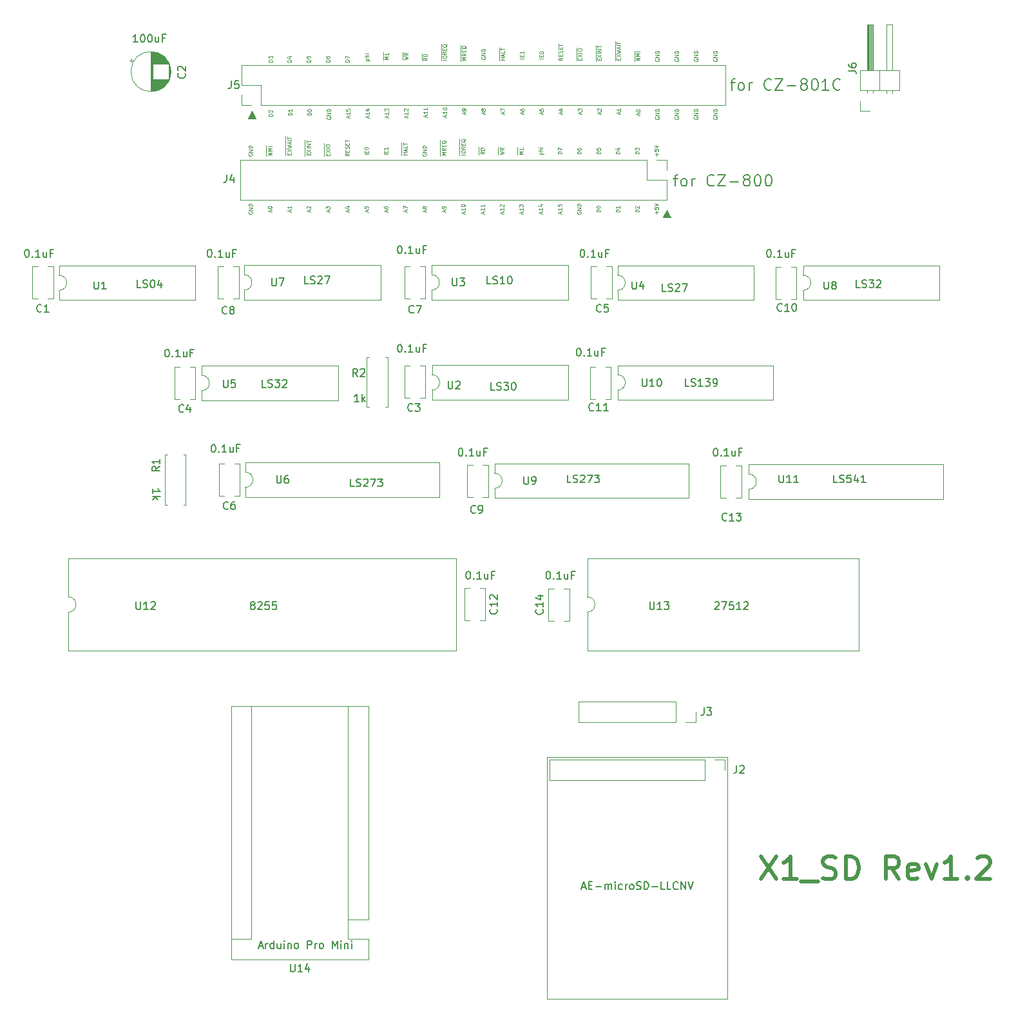
<source format=gto>
G04 #@! TF.GenerationSoftware,KiCad,Pcbnew,(5.1.9)-1*
G04 #@! TF.CreationDate,2023-09-26T15:29:53+09:00*
G04 #@! TF.ProjectId,X1_SD,58315f53-442e-46b6-9963-61645f706362,rev?*
G04 #@! TF.SameCoordinates,PX1997c20PYbac5f70*
G04 #@! TF.FileFunction,Legend,Top*
G04 #@! TF.FilePolarity,Positive*
%FSLAX46Y46*%
G04 Gerber Fmt 4.6, Leading zero omitted, Abs format (unit mm)*
G04 Created by KiCad (PCBNEW (5.1.9)-1) date 2023-09-26 15:29:53*
%MOMM*%
%LPD*%
G01*
G04 APERTURE LIST*
%ADD10C,0.100000*%
%ADD11C,0.150000*%
%ADD12C,0.500000*%
%ADD13C,0.120000*%
G04 APERTURE END LIST*
D10*
G36*
X89500000Y103000000D02*
G01*
X88500000Y103000000D01*
X89000000Y104000000D01*
X89500000Y103000000D01*
G37*
X89500000Y103000000D02*
X88500000Y103000000D01*
X89000000Y104000000D01*
X89500000Y103000000D01*
G36*
X35000000Y116000000D02*
G01*
X34000000Y116000000D01*
X34500000Y117000000D01*
X35000000Y116000000D01*
G37*
X35000000Y116000000D02*
X34000000Y116000000D01*
X34500000Y117000000D01*
X35000000Y116000000D01*
D11*
X97362285Y120717429D02*
X97933714Y120717429D01*
X97576571Y119717429D02*
X97576571Y121003143D01*
X97648000Y121146000D01*
X97790857Y121217429D01*
X97933714Y121217429D01*
X98648000Y119717429D02*
X98505142Y119788858D01*
X98433714Y119860286D01*
X98362285Y120003143D01*
X98362285Y120431715D01*
X98433714Y120574572D01*
X98505142Y120646000D01*
X98648000Y120717429D01*
X98862285Y120717429D01*
X99005142Y120646000D01*
X99076571Y120574572D01*
X99148000Y120431715D01*
X99148000Y120003143D01*
X99076571Y119860286D01*
X99005142Y119788858D01*
X98862285Y119717429D01*
X98648000Y119717429D01*
X99790857Y119717429D02*
X99790857Y120717429D01*
X99790857Y120431715D02*
X99862285Y120574572D01*
X99933714Y120646000D01*
X100076571Y120717429D01*
X100219428Y120717429D01*
X102719428Y119860286D02*
X102648000Y119788858D01*
X102433714Y119717429D01*
X102290857Y119717429D01*
X102076571Y119788858D01*
X101933714Y119931715D01*
X101862285Y120074572D01*
X101790857Y120360286D01*
X101790857Y120574572D01*
X101862285Y120860286D01*
X101933714Y121003143D01*
X102076571Y121146000D01*
X102290857Y121217429D01*
X102433714Y121217429D01*
X102648000Y121146000D01*
X102719428Y121074572D01*
X103219428Y121217429D02*
X104219428Y121217429D01*
X103219428Y119717429D01*
X104219428Y119717429D01*
X104790857Y120288858D02*
X105933714Y120288858D01*
X106862285Y120574572D02*
X106719428Y120646000D01*
X106648000Y120717429D01*
X106576571Y120860286D01*
X106576571Y120931715D01*
X106648000Y121074572D01*
X106719428Y121146000D01*
X106862285Y121217429D01*
X107148000Y121217429D01*
X107290857Y121146000D01*
X107362285Y121074572D01*
X107433714Y120931715D01*
X107433714Y120860286D01*
X107362285Y120717429D01*
X107290857Y120646000D01*
X107148000Y120574572D01*
X106862285Y120574572D01*
X106719428Y120503143D01*
X106648000Y120431715D01*
X106576571Y120288858D01*
X106576571Y120003143D01*
X106648000Y119860286D01*
X106719428Y119788858D01*
X106862285Y119717429D01*
X107148000Y119717429D01*
X107290857Y119788858D01*
X107362285Y119860286D01*
X107433714Y120003143D01*
X107433714Y120288858D01*
X107362285Y120431715D01*
X107290857Y120503143D01*
X107148000Y120574572D01*
X108362285Y121217429D02*
X108505142Y121217429D01*
X108648000Y121146000D01*
X108719428Y121074572D01*
X108790857Y120931715D01*
X108862285Y120646000D01*
X108862285Y120288858D01*
X108790857Y120003143D01*
X108719428Y119860286D01*
X108648000Y119788858D01*
X108505142Y119717429D01*
X108362285Y119717429D01*
X108219428Y119788858D01*
X108148000Y119860286D01*
X108076571Y120003143D01*
X108005142Y120288858D01*
X108005142Y120646000D01*
X108076571Y120931715D01*
X108148000Y121074572D01*
X108219428Y121146000D01*
X108362285Y121217429D01*
X110290857Y119717429D02*
X109433714Y119717429D01*
X109862285Y119717429D02*
X109862285Y121217429D01*
X109719428Y121003143D01*
X109576571Y120860286D01*
X109433714Y120788858D01*
X111790857Y119860286D02*
X111719428Y119788858D01*
X111505142Y119717429D01*
X111362285Y119717429D01*
X111148000Y119788858D01*
X111005142Y119931715D01*
X110933714Y120074572D01*
X110862285Y120360286D01*
X110862285Y120574572D01*
X110933714Y120860286D01*
X111005142Y121003143D01*
X111148000Y121146000D01*
X111362285Y121217429D01*
X111505142Y121217429D01*
X111719428Y121146000D01*
X111790857Y121074572D01*
X89857285Y108144429D02*
X90428714Y108144429D01*
X90071571Y107144429D02*
X90071571Y108430143D01*
X90143000Y108573000D01*
X90285857Y108644429D01*
X90428714Y108644429D01*
X91143000Y107144429D02*
X91000142Y107215858D01*
X90928714Y107287286D01*
X90857285Y107430143D01*
X90857285Y107858715D01*
X90928714Y108001572D01*
X91000142Y108073000D01*
X91143000Y108144429D01*
X91357285Y108144429D01*
X91500142Y108073000D01*
X91571571Y108001572D01*
X91643000Y107858715D01*
X91643000Y107430143D01*
X91571571Y107287286D01*
X91500142Y107215858D01*
X91357285Y107144429D01*
X91143000Y107144429D01*
X92285857Y107144429D02*
X92285857Y108144429D01*
X92285857Y107858715D02*
X92357285Y108001572D01*
X92428714Y108073000D01*
X92571571Y108144429D01*
X92714428Y108144429D01*
X95214428Y107287286D02*
X95143000Y107215858D01*
X94928714Y107144429D01*
X94785857Y107144429D01*
X94571571Y107215858D01*
X94428714Y107358715D01*
X94357285Y107501572D01*
X94285857Y107787286D01*
X94285857Y108001572D01*
X94357285Y108287286D01*
X94428714Y108430143D01*
X94571571Y108573000D01*
X94785857Y108644429D01*
X94928714Y108644429D01*
X95143000Y108573000D01*
X95214428Y108501572D01*
X95714428Y108644429D02*
X96714428Y108644429D01*
X95714428Y107144429D01*
X96714428Y107144429D01*
X97285857Y107715858D02*
X98428714Y107715858D01*
X99357285Y108001572D02*
X99214428Y108073000D01*
X99143000Y108144429D01*
X99071571Y108287286D01*
X99071571Y108358715D01*
X99143000Y108501572D01*
X99214428Y108573000D01*
X99357285Y108644429D01*
X99643000Y108644429D01*
X99785857Y108573000D01*
X99857285Y108501572D01*
X99928714Y108358715D01*
X99928714Y108287286D01*
X99857285Y108144429D01*
X99785857Y108073000D01*
X99643000Y108001572D01*
X99357285Y108001572D01*
X99214428Y107930143D01*
X99143000Y107858715D01*
X99071571Y107715858D01*
X99071571Y107430143D01*
X99143000Y107287286D01*
X99214428Y107215858D01*
X99357285Y107144429D01*
X99643000Y107144429D01*
X99785857Y107215858D01*
X99857285Y107287286D01*
X99928714Y107430143D01*
X99928714Y107715858D01*
X99857285Y107858715D01*
X99785857Y107930143D01*
X99643000Y108001572D01*
X100857285Y108644429D02*
X101000142Y108644429D01*
X101143000Y108573000D01*
X101214428Y108501572D01*
X101285857Y108358715D01*
X101357285Y108073000D01*
X101357285Y107715858D01*
X101285857Y107430143D01*
X101214428Y107287286D01*
X101143000Y107215858D01*
X101000142Y107144429D01*
X100857285Y107144429D01*
X100714428Y107215858D01*
X100643000Y107287286D01*
X100571571Y107430143D01*
X100500142Y107715858D01*
X100500142Y108073000D01*
X100571571Y108358715D01*
X100643000Y108501572D01*
X100714428Y108573000D01*
X100857285Y108644429D01*
X102285857Y108644429D02*
X102428714Y108644429D01*
X102571571Y108573000D01*
X102643000Y108501572D01*
X102714428Y108358715D01*
X102785857Y108073000D01*
X102785857Y107715858D01*
X102714428Y107430143D01*
X102643000Y107287286D01*
X102571571Y107215858D01*
X102428714Y107144429D01*
X102285857Y107144429D01*
X102143000Y107215858D01*
X102071571Y107287286D01*
X102000142Y107430143D01*
X101928714Y107715858D01*
X101928714Y108073000D01*
X102000142Y108358715D01*
X102071571Y108501572D01*
X102143000Y108573000D01*
X102285857Y108644429D01*
D10*
X70203190Y123868715D02*
X69703190Y123868715D01*
X69941285Y124106810D02*
X69941285Y124273477D01*
X70203190Y124344905D02*
X70203190Y124106810D01*
X69703190Y124106810D01*
X69703190Y124344905D01*
X70203190Y124821096D02*
X70203190Y124535381D01*
X70203190Y124678239D02*
X69703190Y124678239D01*
X69774619Y124630620D01*
X69822238Y124583000D01*
X69846047Y124535381D01*
X66947000Y123590953D02*
X66947000Y124114762D01*
X67663190Y123710000D02*
X67163190Y123710000D01*
X67401285Y123710000D02*
X67401285Y123995715D01*
X67663190Y123995715D02*
X67163190Y123995715D01*
X66947000Y124114762D02*
X66947000Y124543334D01*
X67520333Y124210000D02*
X67520333Y124448096D01*
X67663190Y124162381D02*
X67163190Y124329048D01*
X67663190Y124495715D01*
X66947000Y124543334D02*
X66947000Y124948096D01*
X67663190Y124900477D02*
X67663190Y124662381D01*
X67163190Y124662381D01*
X66947000Y124948096D02*
X66947000Y125329048D01*
X67163190Y124995715D02*
X67163190Y125281429D01*
X67663190Y125138572D02*
X67163190Y125138572D01*
X56787000Y123579000D02*
X56787000Y124079000D01*
X57503190Y123983762D02*
X57265095Y123817096D01*
X57503190Y123698048D02*
X57003190Y123698048D01*
X57003190Y123888524D01*
X57027000Y123936143D01*
X57050809Y123959953D01*
X57098428Y123983762D01*
X57169857Y123983762D01*
X57217476Y123959953D01*
X57241285Y123936143D01*
X57265095Y123888524D01*
X57265095Y123698048D01*
X56787000Y124079000D02*
X56787000Y124579000D01*
X57503190Y124198048D02*
X57003190Y124198048D01*
X57003190Y124317096D01*
X57027000Y124388524D01*
X57074619Y124436143D01*
X57122238Y124459953D01*
X57217476Y124483762D01*
X57288904Y124483762D01*
X57384142Y124459953D01*
X57431761Y124436143D01*
X57479380Y124388524D01*
X57503190Y124317096D01*
X57503190Y124198048D01*
X72743190Y123868715D02*
X72243190Y123868715D01*
X72481285Y124106810D02*
X72481285Y124273477D01*
X72743190Y124344905D02*
X72743190Y124106810D01*
X72243190Y124106810D01*
X72243190Y124344905D01*
X72243190Y124654429D02*
X72243190Y124702048D01*
X72267000Y124749667D01*
X72290809Y124773477D01*
X72338428Y124797286D01*
X72433666Y124821096D01*
X72552714Y124821096D01*
X72647952Y124797286D01*
X72695571Y124773477D01*
X72719380Y124749667D01*
X72743190Y124702048D01*
X72743190Y124654429D01*
X72719380Y124606810D01*
X72695571Y124583000D01*
X72647952Y124559191D01*
X72552714Y124535381D01*
X72433666Y124535381D01*
X72338428Y124559191D01*
X72290809Y124583000D01*
X72267000Y124606810D01*
X72243190Y124654429D01*
X75283190Y123987810D02*
X75045095Y123821143D01*
X75283190Y123702096D02*
X74783190Y123702096D01*
X74783190Y123892572D01*
X74807000Y123940191D01*
X74830809Y123964000D01*
X74878428Y123987810D01*
X74949857Y123987810D01*
X74997476Y123964000D01*
X75021285Y123940191D01*
X75045095Y123892572D01*
X75045095Y123702096D01*
X75021285Y124202096D02*
X75021285Y124368762D01*
X75283190Y124440191D02*
X75283190Y124202096D01*
X74783190Y124202096D01*
X74783190Y124440191D01*
X75259380Y124630667D02*
X75283190Y124702096D01*
X75283190Y124821143D01*
X75259380Y124868762D01*
X75235571Y124892572D01*
X75187952Y124916381D01*
X75140333Y124916381D01*
X75092714Y124892572D01*
X75068904Y124868762D01*
X75045095Y124821143D01*
X75021285Y124725905D01*
X74997476Y124678286D01*
X74973666Y124654477D01*
X74926047Y124630667D01*
X74878428Y124630667D01*
X74830809Y124654477D01*
X74807000Y124678286D01*
X74783190Y124725905D01*
X74783190Y124844953D01*
X74807000Y124916381D01*
X75021285Y125130667D02*
X75021285Y125297334D01*
X75283190Y125368762D02*
X75283190Y125130667D01*
X74783190Y125130667D01*
X74783190Y125368762D01*
X74783190Y125511620D02*
X74783190Y125797334D01*
X75283190Y125654477D02*
X74783190Y125654477D01*
X49422857Y123626620D02*
X49922857Y123626620D01*
X49446666Y123626620D02*
X49422857Y123674239D01*
X49422857Y123769477D01*
X49446666Y123817096D01*
X49470476Y123840905D01*
X49518095Y123864715D01*
X49660952Y123864715D01*
X49708571Y123840905D01*
X49732380Y123817096D01*
X49756190Y123769477D01*
X49756190Y123674239D01*
X49732380Y123626620D01*
X49756190Y124079000D02*
X49256190Y124079000D01*
X49756190Y124293286D02*
X49494285Y124293286D01*
X49446666Y124269477D01*
X49422857Y124221858D01*
X49422857Y124150429D01*
X49446666Y124102810D01*
X49470476Y124079000D01*
X49756190Y124531381D02*
X49422857Y124531381D01*
X49256190Y124531381D02*
X49280000Y124507572D01*
X49303809Y124531381D01*
X49280000Y124555191D01*
X49256190Y124531381D01*
X49303809Y124531381D01*
X54247000Y123670286D02*
X54247000Y124241715D01*
X54463190Y123741715D02*
X54963190Y123860762D01*
X54606047Y123956000D01*
X54963190Y124051239D01*
X54463190Y124170286D01*
X54247000Y124241715D02*
X54247000Y124741715D01*
X54963190Y124646477D02*
X54725095Y124479810D01*
X54963190Y124360762D02*
X54463190Y124360762D01*
X54463190Y124551239D01*
X54487000Y124598858D01*
X54510809Y124622667D01*
X54558428Y124646477D01*
X54629857Y124646477D01*
X54677476Y124622667D01*
X54701285Y124598858D01*
X54725095Y124551239D01*
X54725095Y124360762D01*
X79647000Y123551286D02*
X79647000Y124003667D01*
X80101285Y123670334D02*
X80101285Y123837000D01*
X80363190Y123908429D02*
X80363190Y123670334D01*
X79863190Y123670334D01*
X79863190Y123908429D01*
X79647000Y124003667D02*
X79647000Y124479858D01*
X79863190Y124075096D02*
X80363190Y124408429D01*
X79863190Y124408429D02*
X80363190Y124075096D01*
X79647000Y124479858D02*
X79647000Y124717953D01*
X80363190Y124598905D02*
X79863190Y124598905D01*
X79647000Y124717953D02*
X79647000Y125241762D01*
X80363190Y124837000D02*
X79863190Y124837000D01*
X80363190Y125122715D01*
X79863190Y125122715D01*
X79647000Y125241762D02*
X79647000Y125622715D01*
X79863190Y125289381D02*
X79863190Y125575096D01*
X80363190Y125432239D02*
X79863190Y125432239D01*
X37183190Y123455953D02*
X36683190Y123455953D01*
X36683190Y123575000D01*
X36707000Y123646429D01*
X36754619Y123694048D01*
X36802238Y123717858D01*
X36897476Y123741667D01*
X36968904Y123741667D01*
X37064142Y123717858D01*
X37111761Y123694048D01*
X37159380Y123646429D01*
X37183190Y123575000D01*
X37183190Y123455953D01*
X36683190Y123908334D02*
X36683190Y124217858D01*
X36873666Y124051191D01*
X36873666Y124122620D01*
X36897476Y124170239D01*
X36921285Y124194048D01*
X36968904Y124217858D01*
X37087952Y124217858D01*
X37135571Y124194048D01*
X37159380Y124170239D01*
X37183190Y124122620D01*
X37183190Y123979762D01*
X37159380Y123932143D01*
X37135571Y123908334D01*
X82187000Y123567191D02*
X82187000Y124019572D01*
X82641285Y123686239D02*
X82641285Y123852905D01*
X82903190Y123924334D02*
X82903190Y123686239D01*
X82403190Y123686239D01*
X82403190Y123924334D01*
X82187000Y124019572D02*
X82187000Y124495762D01*
X82403190Y124091000D02*
X82903190Y124424334D01*
X82403190Y124424334D02*
X82903190Y124091000D01*
X82187000Y124495762D02*
X82187000Y125067191D01*
X82403190Y124567191D02*
X82903190Y124686239D01*
X82546047Y124781477D01*
X82903190Y124876715D01*
X82403190Y124995762D01*
X82187000Y125067191D02*
X82187000Y125495762D01*
X82760333Y125162429D02*
X82760333Y125400524D01*
X82903190Y125114810D02*
X82403190Y125281477D01*
X82903190Y125448143D01*
X82187000Y125495762D02*
X82187000Y125733858D01*
X82903190Y125614810D02*
X82403190Y125614810D01*
X82187000Y125733858D02*
X82187000Y126114810D01*
X82403190Y125781477D02*
X82403190Y126067191D01*
X82903190Y125924334D02*
X82403190Y125924334D01*
X84727000Y123539334D02*
X84727000Y124063143D01*
X85443190Y123658381D02*
X84943190Y123658381D01*
X85443190Y123944096D01*
X84943190Y123944096D01*
X84727000Y124063143D02*
X84727000Y124634572D01*
X85443190Y124182191D02*
X84943190Y124182191D01*
X85300333Y124348858D01*
X84943190Y124515524D01*
X85443190Y124515524D01*
X84727000Y124634572D02*
X84727000Y124872667D01*
X85443190Y124753620D02*
X84943190Y124753620D01*
X47216190Y123455953D02*
X46716190Y123455953D01*
X46716190Y123575000D01*
X46740000Y123646429D01*
X46787619Y123694048D01*
X46835238Y123717858D01*
X46930476Y123741667D01*
X47001904Y123741667D01*
X47097142Y123717858D01*
X47144761Y123694048D01*
X47192380Y123646429D01*
X47216190Y123575000D01*
X47216190Y123455953D01*
X46716190Y123908334D02*
X46716190Y124241667D01*
X47216190Y124027381D01*
X42136190Y123455953D02*
X41636190Y123455953D01*
X41636190Y123575000D01*
X41660000Y123646429D01*
X41707619Y123694048D01*
X41755238Y123717858D01*
X41850476Y123741667D01*
X41921904Y123741667D01*
X42017142Y123717858D01*
X42064761Y123694048D01*
X42112380Y123646429D01*
X42136190Y123575000D01*
X42136190Y123455953D01*
X41636190Y124194048D02*
X41636190Y123955953D01*
X41874285Y123932143D01*
X41850476Y123955953D01*
X41826666Y124003572D01*
X41826666Y124122620D01*
X41850476Y124170239D01*
X41874285Y124194048D01*
X41921904Y124217858D01*
X42040952Y124217858D01*
X42088571Y124194048D01*
X42112380Y124170239D01*
X42136190Y124122620D01*
X42136190Y124003572D01*
X42112380Y123955953D01*
X42088571Y123932143D01*
X39596190Y123455953D02*
X39096190Y123455953D01*
X39096190Y123575000D01*
X39120000Y123646429D01*
X39167619Y123694048D01*
X39215238Y123717858D01*
X39310476Y123741667D01*
X39381904Y123741667D01*
X39477142Y123717858D01*
X39524761Y123694048D01*
X39572380Y123646429D01*
X39596190Y123575000D01*
X39596190Y123455953D01*
X39262857Y124170239D02*
X39596190Y124170239D01*
X39072380Y124051191D02*
X39429523Y123932143D01*
X39429523Y124241667D01*
X44676190Y123455953D02*
X44176190Y123455953D01*
X44176190Y123575000D01*
X44200000Y123646429D01*
X44247619Y123694048D01*
X44295238Y123717858D01*
X44390476Y123741667D01*
X44461904Y123741667D01*
X44557142Y123717858D01*
X44604761Y123694048D01*
X44652380Y123646429D01*
X44676190Y123575000D01*
X44676190Y123455953D01*
X44176190Y124170239D02*
X44176190Y124075000D01*
X44200000Y124027381D01*
X44223809Y124003572D01*
X44295238Y123955953D01*
X44390476Y123932143D01*
X44580952Y123932143D01*
X44628571Y123955953D01*
X44652380Y123979762D01*
X44676190Y124027381D01*
X44676190Y124122620D01*
X44652380Y124170239D01*
X44628571Y124194048D01*
X44580952Y124217858D01*
X44461904Y124217858D01*
X44414285Y124194048D01*
X44390476Y124170239D01*
X44366666Y124122620D01*
X44366666Y124027381D01*
X44390476Y123979762D01*
X44414285Y123955953D01*
X44461904Y123932143D01*
X77107000Y123614762D02*
X77107000Y124067143D01*
X77561285Y123733810D02*
X77561285Y123900477D01*
X77823190Y123971905D02*
X77823190Y123733810D01*
X77323190Y123733810D01*
X77323190Y123971905D01*
X77107000Y124067143D02*
X77107000Y124543334D01*
X77323190Y124138572D02*
X77823190Y124471905D01*
X77323190Y124471905D02*
X77823190Y124138572D01*
X77107000Y124543334D02*
X77107000Y124781429D01*
X77823190Y124662381D02*
X77323190Y124662381D01*
X77107000Y124781429D02*
X77107000Y125305239D01*
X77323190Y124995715D02*
X77323190Y125090953D01*
X77347000Y125138572D01*
X77394619Y125186191D01*
X77489857Y125210000D01*
X77656523Y125210000D01*
X77751761Y125186191D01*
X77799380Y125138572D01*
X77823190Y125090953D01*
X77823190Y124995715D01*
X77799380Y124948096D01*
X77751761Y124900477D01*
X77656523Y124876667D01*
X77489857Y124876667D01*
X77394619Y124900477D01*
X77347000Y124948096D01*
X77323190Y124995715D01*
X64647000Y124079048D02*
X64623190Y124031429D01*
X64623190Y123960000D01*
X64647000Y123888572D01*
X64694619Y123840953D01*
X64742238Y123817143D01*
X64837476Y123793334D01*
X64908904Y123793334D01*
X65004142Y123817143D01*
X65051761Y123840953D01*
X65099380Y123888572D01*
X65123190Y123960000D01*
X65123190Y124007620D01*
X65099380Y124079048D01*
X65075571Y124102858D01*
X64908904Y124102858D01*
X64908904Y124007620D01*
X65123190Y124317143D02*
X64623190Y124317143D01*
X65123190Y124602858D01*
X64623190Y124602858D01*
X65123190Y124840953D02*
X64623190Y124840953D01*
X64623190Y124960000D01*
X64647000Y125031429D01*
X64694619Y125079048D01*
X64742238Y125102858D01*
X64837476Y125126667D01*
X64908904Y125126667D01*
X65004142Y125102858D01*
X65051761Y125079048D01*
X65099380Y125031429D01*
X65123190Y124960000D01*
X65123190Y124840953D01*
X61867000Y123563191D02*
X61867000Y124134620D01*
X62583190Y123682239D02*
X62083190Y123682239D01*
X62440333Y123848905D01*
X62083190Y124015572D01*
X62583190Y124015572D01*
X61867000Y124134620D02*
X61867000Y124634620D01*
X62583190Y124539381D02*
X62345095Y124372715D01*
X62583190Y124253667D02*
X62083190Y124253667D01*
X62083190Y124444143D01*
X62107000Y124491762D01*
X62130809Y124515572D01*
X62178428Y124539381D01*
X62249857Y124539381D01*
X62297476Y124515572D01*
X62321285Y124491762D01*
X62345095Y124444143D01*
X62345095Y124253667D01*
X61867000Y124634620D02*
X61867000Y125087000D01*
X62321285Y124753667D02*
X62321285Y124920334D01*
X62583190Y124991762D02*
X62583190Y124753667D01*
X62083190Y124753667D01*
X62083190Y124991762D01*
X61867000Y125087000D02*
X61867000Y125610810D01*
X62630809Y125539381D02*
X62607000Y125491762D01*
X62559380Y125444143D01*
X62487952Y125372715D01*
X62464142Y125325096D01*
X62464142Y125277477D01*
X62583190Y125301286D02*
X62559380Y125253667D01*
X62511761Y125206048D01*
X62416523Y125182239D01*
X62249857Y125182239D01*
X62154619Y125206048D01*
X62107000Y125253667D01*
X62083190Y125301286D01*
X62083190Y125396524D01*
X62107000Y125444143D01*
X62154619Y125491762D01*
X62249857Y125515572D01*
X62416523Y125515572D01*
X62511761Y125491762D01*
X62559380Y125444143D01*
X62583190Y125396524D01*
X62583190Y125301286D01*
X59327000Y123594953D02*
X59327000Y123833048D01*
X60043190Y123714000D02*
X59543190Y123714000D01*
X59327000Y123833048D02*
X59327000Y124356858D01*
X59543190Y124047334D02*
X59543190Y124142572D01*
X59567000Y124190191D01*
X59614619Y124237810D01*
X59709857Y124261620D01*
X59876523Y124261620D01*
X59971761Y124237810D01*
X60019380Y124190191D01*
X60043190Y124142572D01*
X60043190Y124047334D01*
X60019380Y123999715D01*
X59971761Y123952096D01*
X59876523Y123928286D01*
X59709857Y123928286D01*
X59614619Y123952096D01*
X59567000Y123999715D01*
X59543190Y124047334D01*
X59327000Y124356858D02*
X59327000Y124856858D01*
X60043190Y124761620D02*
X59805095Y124594953D01*
X60043190Y124475905D02*
X59543190Y124475905D01*
X59543190Y124666381D01*
X59567000Y124714000D01*
X59590809Y124737810D01*
X59638428Y124761620D01*
X59709857Y124761620D01*
X59757476Y124737810D01*
X59781285Y124714000D01*
X59805095Y124666381D01*
X59805095Y124475905D01*
X59327000Y124856858D02*
X59327000Y125309239D01*
X59781285Y124975905D02*
X59781285Y125142572D01*
X60043190Y125214000D02*
X60043190Y124975905D01*
X59543190Y124975905D01*
X59543190Y125214000D01*
X59327000Y125309239D02*
X59327000Y125833048D01*
X60090809Y125761620D02*
X60067000Y125714000D01*
X60019380Y125666381D01*
X59947952Y125594953D01*
X59924142Y125547334D01*
X59924142Y125499715D01*
X60043190Y125523524D02*
X60019380Y125475905D01*
X59971761Y125428286D01*
X59876523Y125404477D01*
X59709857Y125404477D01*
X59614619Y125428286D01*
X59567000Y125475905D01*
X59543190Y125523524D01*
X59543190Y125618762D01*
X59567000Y125666381D01*
X59614619Y125714000D01*
X59709857Y125737810D01*
X59876523Y125737810D01*
X59971761Y125714000D01*
X60019380Y125666381D01*
X60043190Y125618762D01*
X60043190Y125523524D01*
X51707000Y123682191D02*
X51707000Y124253620D01*
X52423190Y123801239D02*
X51923190Y123801239D01*
X52280333Y123967905D01*
X51923190Y124134572D01*
X52423190Y124134572D01*
X51707000Y124253620D02*
X51707000Y124729810D01*
X52423190Y124634572D02*
X52423190Y124348858D01*
X52423190Y124491715D02*
X51923190Y124491715D01*
X51994619Y124444096D01*
X52042238Y124396477D01*
X52066047Y124348858D01*
X95127000Y123825048D02*
X95103190Y123777429D01*
X95103190Y123706000D01*
X95127000Y123634572D01*
X95174619Y123586953D01*
X95222238Y123563143D01*
X95317476Y123539334D01*
X95388904Y123539334D01*
X95484142Y123563143D01*
X95531761Y123586953D01*
X95579380Y123634572D01*
X95603190Y123706000D01*
X95603190Y123753620D01*
X95579380Y123825048D01*
X95555571Y123848858D01*
X95388904Y123848858D01*
X95388904Y123753620D01*
X95603190Y124063143D02*
X95103190Y124063143D01*
X95603190Y124348858D01*
X95103190Y124348858D01*
X95603190Y124586953D02*
X95103190Y124586953D01*
X95103190Y124706000D01*
X95127000Y124777429D01*
X95174619Y124825048D01*
X95222238Y124848858D01*
X95317476Y124872667D01*
X95388904Y124872667D01*
X95484142Y124848858D01*
X95531761Y124825048D01*
X95579380Y124777429D01*
X95603190Y124706000D01*
X95603190Y124586953D01*
X90047000Y123825048D02*
X90023190Y123777429D01*
X90023190Y123706000D01*
X90047000Y123634572D01*
X90094619Y123586953D01*
X90142238Y123563143D01*
X90237476Y123539334D01*
X90308904Y123539334D01*
X90404142Y123563143D01*
X90451761Y123586953D01*
X90499380Y123634572D01*
X90523190Y123706000D01*
X90523190Y123753620D01*
X90499380Y123825048D01*
X90475571Y123848858D01*
X90308904Y123848858D01*
X90308904Y123753620D01*
X90523190Y124063143D02*
X90023190Y124063143D01*
X90523190Y124348858D01*
X90023190Y124348858D01*
X90523190Y124586953D02*
X90023190Y124586953D01*
X90023190Y124706000D01*
X90047000Y124777429D01*
X90094619Y124825048D01*
X90142238Y124848858D01*
X90237476Y124872667D01*
X90308904Y124872667D01*
X90404142Y124848858D01*
X90451761Y124825048D01*
X90499380Y124777429D01*
X90523190Y124706000D01*
X90523190Y124586953D01*
X92587000Y123825048D02*
X92563190Y123777429D01*
X92563190Y123706000D01*
X92587000Y123634572D01*
X92634619Y123586953D01*
X92682238Y123563143D01*
X92777476Y123539334D01*
X92848904Y123539334D01*
X92944142Y123563143D01*
X92991761Y123586953D01*
X93039380Y123634572D01*
X93063190Y123706000D01*
X93063190Y123753620D01*
X93039380Y123825048D01*
X93015571Y123848858D01*
X92848904Y123848858D01*
X92848904Y123753620D01*
X93063190Y124063143D02*
X92563190Y124063143D01*
X93063190Y124348858D01*
X92563190Y124348858D01*
X93063190Y124586953D02*
X92563190Y124586953D01*
X92563190Y124706000D01*
X92587000Y124777429D01*
X92634619Y124825048D01*
X92682238Y124848858D01*
X92777476Y124872667D01*
X92848904Y124872667D01*
X92944142Y124848858D01*
X92991761Y124825048D01*
X93039380Y124777429D01*
X93063190Y124706000D01*
X93063190Y124586953D01*
X87507000Y123825048D02*
X87483190Y123777429D01*
X87483190Y123706000D01*
X87507000Y123634572D01*
X87554619Y123586953D01*
X87602238Y123563143D01*
X87697476Y123539334D01*
X87768904Y123539334D01*
X87864142Y123563143D01*
X87911761Y123586953D01*
X87959380Y123634572D01*
X87983190Y123706000D01*
X87983190Y123753620D01*
X87959380Y123825048D01*
X87935571Y123848858D01*
X87768904Y123848858D01*
X87768904Y123753620D01*
X87983190Y124063143D02*
X87483190Y124063143D01*
X87983190Y124348858D01*
X87483190Y124348858D01*
X87983190Y124586953D02*
X87483190Y124586953D01*
X87483190Y124706000D01*
X87507000Y124777429D01*
X87554619Y124825048D01*
X87602238Y124848858D01*
X87697476Y124872667D01*
X87768904Y124872667D01*
X87864142Y124848858D01*
X87911761Y124825048D01*
X87959380Y124777429D01*
X87983190Y124706000D01*
X87983190Y124586953D01*
X95127000Y116205048D02*
X95103190Y116157429D01*
X95103190Y116086000D01*
X95127000Y116014572D01*
X95174619Y115966953D01*
X95222238Y115943143D01*
X95317476Y115919334D01*
X95388904Y115919334D01*
X95484142Y115943143D01*
X95531761Y115966953D01*
X95579380Y116014572D01*
X95603190Y116086000D01*
X95603190Y116133620D01*
X95579380Y116205048D01*
X95555571Y116228858D01*
X95388904Y116228858D01*
X95388904Y116133620D01*
X95603190Y116443143D02*
X95103190Y116443143D01*
X95603190Y116728858D01*
X95103190Y116728858D01*
X95603190Y116966953D02*
X95103190Y116966953D01*
X95103190Y117086000D01*
X95127000Y117157429D01*
X95174619Y117205048D01*
X95222238Y117228858D01*
X95317476Y117252667D01*
X95388904Y117252667D01*
X95484142Y117228858D01*
X95531761Y117205048D01*
X95579380Y117157429D01*
X95603190Y117086000D01*
X95603190Y116966953D01*
X92587000Y116205048D02*
X92563190Y116157429D01*
X92563190Y116086000D01*
X92587000Y116014572D01*
X92634619Y115966953D01*
X92682238Y115943143D01*
X92777476Y115919334D01*
X92848904Y115919334D01*
X92944142Y115943143D01*
X92991761Y115966953D01*
X93039380Y116014572D01*
X93063190Y116086000D01*
X93063190Y116133620D01*
X93039380Y116205048D01*
X93015571Y116228858D01*
X92848904Y116228858D01*
X92848904Y116133620D01*
X93063190Y116443143D02*
X92563190Y116443143D01*
X93063190Y116728858D01*
X92563190Y116728858D01*
X93063190Y116966953D02*
X92563190Y116966953D01*
X92563190Y117086000D01*
X92587000Y117157429D01*
X92634619Y117205048D01*
X92682238Y117228858D01*
X92777476Y117252667D01*
X92848904Y117252667D01*
X92944142Y117228858D01*
X92991761Y117205048D01*
X93039380Y117157429D01*
X93063190Y117086000D01*
X93063190Y116966953D01*
X90047000Y116205048D02*
X90023190Y116157429D01*
X90023190Y116086000D01*
X90047000Y116014572D01*
X90094619Y115966953D01*
X90142238Y115943143D01*
X90237476Y115919334D01*
X90308904Y115919334D01*
X90404142Y115943143D01*
X90451761Y115966953D01*
X90499380Y116014572D01*
X90523190Y116086000D01*
X90523190Y116133620D01*
X90499380Y116205048D01*
X90475571Y116228858D01*
X90308904Y116228858D01*
X90308904Y116133620D01*
X90523190Y116443143D02*
X90023190Y116443143D01*
X90523190Y116728858D01*
X90023190Y116728858D01*
X90523190Y116966953D02*
X90023190Y116966953D01*
X90023190Y117086000D01*
X90047000Y117157429D01*
X90094619Y117205048D01*
X90142238Y117228858D01*
X90237476Y117252667D01*
X90308904Y117252667D01*
X90404142Y117228858D01*
X90451761Y117205048D01*
X90499380Y117157429D01*
X90523190Y117086000D01*
X90523190Y116966953D01*
X42263190Y116470953D02*
X41763190Y116470953D01*
X41763190Y116590000D01*
X41787000Y116661429D01*
X41834619Y116709048D01*
X41882238Y116732858D01*
X41977476Y116756667D01*
X42048904Y116756667D01*
X42144142Y116732858D01*
X42191761Y116709048D01*
X42239380Y116661429D01*
X42263190Y116590000D01*
X42263190Y116470953D01*
X41763190Y117066191D02*
X41763190Y117113810D01*
X41787000Y117161429D01*
X41810809Y117185239D01*
X41858428Y117209048D01*
X41953666Y117232858D01*
X42072714Y117232858D01*
X42167952Y117209048D01*
X42215571Y117185239D01*
X42239380Y117161429D01*
X42263190Y117113810D01*
X42263190Y117066191D01*
X42239380Y117018572D01*
X42215571Y116994762D01*
X42167952Y116970953D01*
X42072714Y116947143D01*
X41953666Y116947143D01*
X41858428Y116970953D01*
X41810809Y116994762D01*
X41787000Y117018572D01*
X41763190Y117066191D01*
X44327000Y116205048D02*
X44303190Y116157429D01*
X44303190Y116086000D01*
X44327000Y116014572D01*
X44374619Y115966953D01*
X44422238Y115943143D01*
X44517476Y115919334D01*
X44588904Y115919334D01*
X44684142Y115943143D01*
X44731761Y115966953D01*
X44779380Y116014572D01*
X44803190Y116086000D01*
X44803190Y116133620D01*
X44779380Y116205048D01*
X44755571Y116228858D01*
X44588904Y116228858D01*
X44588904Y116133620D01*
X44803190Y116443143D02*
X44303190Y116443143D01*
X44803190Y116728858D01*
X44303190Y116728858D01*
X44803190Y116966953D02*
X44303190Y116966953D01*
X44303190Y117086000D01*
X44327000Y117157429D01*
X44374619Y117205048D01*
X44422238Y117228858D01*
X44517476Y117252667D01*
X44588904Y117252667D01*
X44684142Y117228858D01*
X44731761Y117205048D01*
X44779380Y117157429D01*
X44803190Y117086000D01*
X44803190Y116966953D01*
X39723190Y116470953D02*
X39223190Y116470953D01*
X39223190Y116590000D01*
X39247000Y116661429D01*
X39294619Y116709048D01*
X39342238Y116732858D01*
X39437476Y116756667D01*
X39508904Y116756667D01*
X39604142Y116732858D01*
X39651761Y116709048D01*
X39699380Y116661429D01*
X39723190Y116590000D01*
X39723190Y116470953D01*
X39723190Y117232858D02*
X39723190Y116947143D01*
X39723190Y117090000D02*
X39223190Y117090000D01*
X39294619Y117042381D01*
X39342238Y116994762D01*
X39366047Y116947143D01*
X47200333Y116117762D02*
X47200333Y116355858D01*
X47343190Y116070143D02*
X46843190Y116236810D01*
X47343190Y116403477D01*
X47343190Y116832048D02*
X47343190Y116546334D01*
X47343190Y116689191D02*
X46843190Y116689191D01*
X46914619Y116641572D01*
X46962238Y116593953D01*
X46986047Y116546334D01*
X46843190Y117284429D02*
X46843190Y117046334D01*
X47081285Y117022524D01*
X47057476Y117046334D01*
X47033666Y117093953D01*
X47033666Y117213000D01*
X47057476Y117260620D01*
X47081285Y117284429D01*
X47128904Y117308239D01*
X47247952Y117308239D01*
X47295571Y117284429D01*
X47319380Y117260620D01*
X47343190Y117213000D01*
X47343190Y117093953D01*
X47319380Y117046334D01*
X47295571Y117022524D01*
X49740333Y116117762D02*
X49740333Y116355858D01*
X49883190Y116070143D02*
X49383190Y116236810D01*
X49883190Y116403477D01*
X49883190Y116832048D02*
X49883190Y116546334D01*
X49883190Y116689191D02*
X49383190Y116689191D01*
X49454619Y116641572D01*
X49502238Y116593953D01*
X49526047Y116546334D01*
X49549857Y117260620D02*
X49883190Y117260620D01*
X49359380Y117141572D02*
X49716523Y117022524D01*
X49716523Y117332048D01*
X37183190Y116343953D02*
X36683190Y116343953D01*
X36683190Y116463000D01*
X36707000Y116534429D01*
X36754619Y116582048D01*
X36802238Y116605858D01*
X36897476Y116629667D01*
X36968904Y116629667D01*
X37064142Y116605858D01*
X37111761Y116582048D01*
X37159380Y116534429D01*
X37183190Y116463000D01*
X37183190Y116343953D01*
X36730809Y116820143D02*
X36707000Y116843953D01*
X36683190Y116891572D01*
X36683190Y117010620D01*
X36707000Y117058239D01*
X36730809Y117082048D01*
X36778428Y117105858D01*
X36826047Y117105858D01*
X36897476Y117082048D01*
X37183190Y116796334D01*
X37183190Y117105858D01*
X80220333Y116609858D02*
X80220333Y116847953D01*
X80363190Y116562239D02*
X79863190Y116728905D01*
X80363190Y116895572D01*
X79910809Y117038429D02*
X79887000Y117062239D01*
X79863190Y117109858D01*
X79863190Y117228905D01*
X79887000Y117276524D01*
X79910809Y117300334D01*
X79958428Y117324143D01*
X80006047Y117324143D01*
X80077476Y117300334D01*
X80363190Y117014620D01*
X80363190Y117324143D01*
X82760333Y116609858D02*
X82760333Y116847953D01*
X82903190Y116562239D02*
X82403190Y116728905D01*
X82903190Y116895572D01*
X82903190Y117324143D02*
X82903190Y117038429D01*
X82903190Y117181286D02*
X82403190Y117181286D01*
X82474619Y117133667D01*
X82522238Y117086048D01*
X82546047Y117038429D01*
X85300333Y116482858D02*
X85300333Y116720953D01*
X85443190Y116435239D02*
X84943190Y116601905D01*
X85443190Y116768572D01*
X84943190Y117030477D02*
X84943190Y117078096D01*
X84967000Y117125715D01*
X84990809Y117149524D01*
X85038428Y117173334D01*
X85133666Y117197143D01*
X85252714Y117197143D01*
X85347952Y117173334D01*
X85395571Y117149524D01*
X85419380Y117125715D01*
X85443190Y117078096D01*
X85443190Y117030477D01*
X85419380Y116982858D01*
X85395571Y116959048D01*
X85347952Y116935239D01*
X85252714Y116911429D01*
X85133666Y116911429D01*
X85038428Y116935239D01*
X84990809Y116959048D01*
X84967000Y116982858D01*
X84943190Y117030477D01*
X54820333Y116117762D02*
X54820333Y116355858D01*
X54963190Y116070143D02*
X54463190Y116236810D01*
X54963190Y116403477D01*
X54963190Y116832048D02*
X54963190Y116546334D01*
X54963190Y116689191D02*
X54463190Y116689191D01*
X54534619Y116641572D01*
X54582238Y116593953D01*
X54606047Y116546334D01*
X54510809Y117022524D02*
X54487000Y117046334D01*
X54463190Y117093953D01*
X54463190Y117213000D01*
X54487000Y117260620D01*
X54510809Y117284429D01*
X54558428Y117308239D01*
X54606047Y117308239D01*
X54677476Y117284429D01*
X54963190Y116998715D01*
X54963190Y117308239D01*
X67520333Y116609858D02*
X67520333Y116847953D01*
X67663190Y116562239D02*
X67163190Y116728905D01*
X67663190Y116895572D01*
X67163190Y117014620D02*
X67163190Y117347953D01*
X67663190Y117133667D01*
X72600333Y116609858D02*
X72600333Y116847953D01*
X72743190Y116562239D02*
X72243190Y116728905D01*
X72743190Y116895572D01*
X72243190Y117300334D02*
X72243190Y117062239D01*
X72481285Y117038429D01*
X72457476Y117062239D01*
X72433666Y117109858D01*
X72433666Y117228905D01*
X72457476Y117276524D01*
X72481285Y117300334D01*
X72528904Y117324143D01*
X72647952Y117324143D01*
X72695571Y117300334D01*
X72719380Y117276524D01*
X72743190Y117228905D01*
X72743190Y117109858D01*
X72719380Y117062239D01*
X72695571Y117038429D01*
X75140333Y116609858D02*
X75140333Y116847953D01*
X75283190Y116562239D02*
X74783190Y116728905D01*
X75283190Y116895572D01*
X74949857Y117276524D02*
X75283190Y117276524D01*
X74759380Y117157477D02*
X75116523Y117038429D01*
X75116523Y117347953D01*
X57360333Y116244762D02*
X57360333Y116482858D01*
X57503190Y116197143D02*
X57003190Y116363810D01*
X57503190Y116530477D01*
X57503190Y116959048D02*
X57503190Y116673334D01*
X57503190Y116816191D02*
X57003190Y116816191D01*
X57074619Y116768572D01*
X57122238Y116720953D01*
X57146047Y116673334D01*
X57503190Y117435239D02*
X57503190Y117149524D01*
X57503190Y117292381D02*
X57003190Y117292381D01*
X57074619Y117244762D01*
X57122238Y117197143D01*
X57146047Y117149524D01*
X70060333Y116609858D02*
X70060333Y116847953D01*
X70203190Y116562239D02*
X69703190Y116728905D01*
X70203190Y116895572D01*
X69703190Y117276524D02*
X69703190Y117181286D01*
X69727000Y117133667D01*
X69750809Y117109858D01*
X69822238Y117062239D01*
X69917476Y117038429D01*
X70107952Y117038429D01*
X70155571Y117062239D01*
X70179380Y117086048D01*
X70203190Y117133667D01*
X70203190Y117228905D01*
X70179380Y117276524D01*
X70155571Y117300334D01*
X70107952Y117324143D01*
X69988904Y117324143D01*
X69941285Y117300334D01*
X69917476Y117276524D01*
X69893666Y117228905D01*
X69893666Y117133667D01*
X69917476Y117086048D01*
X69941285Y117062239D01*
X69988904Y117038429D01*
X64980333Y116609858D02*
X64980333Y116847953D01*
X65123190Y116562239D02*
X64623190Y116728905D01*
X65123190Y116895572D01*
X64837476Y117133667D02*
X64813666Y117086048D01*
X64789857Y117062239D01*
X64742238Y117038429D01*
X64718428Y117038429D01*
X64670809Y117062239D01*
X64647000Y117086048D01*
X64623190Y117133667D01*
X64623190Y117228905D01*
X64647000Y117276524D01*
X64670809Y117300334D01*
X64718428Y117324143D01*
X64742238Y117324143D01*
X64789857Y117300334D01*
X64813666Y117276524D01*
X64837476Y117228905D01*
X64837476Y117133667D01*
X64861285Y117086048D01*
X64885095Y117062239D01*
X64932714Y117038429D01*
X65027952Y117038429D01*
X65075571Y117062239D01*
X65099380Y117086048D01*
X65123190Y117133667D01*
X65123190Y117228905D01*
X65099380Y117276524D01*
X65075571Y117300334D01*
X65027952Y117324143D01*
X64932714Y117324143D01*
X64885095Y117300334D01*
X64861285Y117276524D01*
X64837476Y117228905D01*
X59900333Y116244762D02*
X59900333Y116482858D01*
X60043190Y116197143D02*
X59543190Y116363810D01*
X60043190Y116530477D01*
X60043190Y116959048D02*
X60043190Y116673334D01*
X60043190Y116816191D02*
X59543190Y116816191D01*
X59614619Y116768572D01*
X59662238Y116720953D01*
X59686047Y116673334D01*
X59543190Y117268572D02*
X59543190Y117316191D01*
X59567000Y117363810D01*
X59590809Y117387620D01*
X59638428Y117411429D01*
X59733666Y117435239D01*
X59852714Y117435239D01*
X59947952Y117411429D01*
X59995571Y117387620D01*
X60019380Y117363810D01*
X60043190Y117316191D01*
X60043190Y117268572D01*
X60019380Y117220953D01*
X59995571Y117197143D01*
X59947952Y117173334D01*
X59852714Y117149524D01*
X59733666Y117149524D01*
X59638428Y117173334D01*
X59590809Y117197143D01*
X59567000Y117220953D01*
X59543190Y117268572D01*
X62440333Y116609858D02*
X62440333Y116847953D01*
X62583190Y116562239D02*
X62083190Y116728905D01*
X62583190Y116895572D01*
X62583190Y117086048D02*
X62583190Y117181286D01*
X62559380Y117228905D01*
X62535571Y117252715D01*
X62464142Y117300334D01*
X62368904Y117324143D01*
X62178428Y117324143D01*
X62130809Y117300334D01*
X62107000Y117276524D01*
X62083190Y117228905D01*
X62083190Y117133667D01*
X62107000Y117086048D01*
X62130809Y117062239D01*
X62178428Y117038429D01*
X62297476Y117038429D01*
X62345095Y117062239D01*
X62368904Y117086048D01*
X62392714Y117133667D01*
X62392714Y117228905D01*
X62368904Y117276524D01*
X62345095Y117300334D01*
X62297476Y117324143D01*
X52280333Y116117762D02*
X52280333Y116355858D01*
X52423190Y116070143D02*
X51923190Y116236810D01*
X52423190Y116403477D01*
X52423190Y116832048D02*
X52423190Y116546334D01*
X52423190Y116689191D02*
X51923190Y116689191D01*
X51994619Y116641572D01*
X52042238Y116593953D01*
X52066047Y116546334D01*
X51923190Y116998715D02*
X51923190Y117308239D01*
X52113666Y117141572D01*
X52113666Y117213000D01*
X52137476Y117260620D01*
X52161285Y117284429D01*
X52208904Y117308239D01*
X52327952Y117308239D01*
X52375571Y117284429D01*
X52399380Y117260620D01*
X52423190Y117213000D01*
X52423190Y117070143D01*
X52399380Y117022524D01*
X52375571Y116998715D01*
X87507000Y116205048D02*
X87483190Y116157429D01*
X87483190Y116086000D01*
X87507000Y116014572D01*
X87554619Y115966953D01*
X87602238Y115943143D01*
X87697476Y115919334D01*
X87768904Y115919334D01*
X87864142Y115943143D01*
X87911761Y115966953D01*
X87959380Y116014572D01*
X87983190Y116086000D01*
X87983190Y116133620D01*
X87959380Y116205048D01*
X87935571Y116228858D01*
X87768904Y116228858D01*
X87768904Y116133620D01*
X87983190Y116443143D02*
X87483190Y116443143D01*
X87983190Y116728858D01*
X87483190Y116728858D01*
X87983190Y116966953D02*
X87483190Y116966953D01*
X87483190Y117086000D01*
X87507000Y117157429D01*
X87554619Y117205048D01*
X87602238Y117228858D01*
X87697476Y117252667D01*
X87768904Y117252667D01*
X87864142Y117228858D01*
X87911761Y117205048D01*
X87959380Y117157429D01*
X87983190Y117086000D01*
X87983190Y116966953D01*
X77680333Y116609858D02*
X77680333Y116847953D01*
X77823190Y116562239D02*
X77323190Y116728905D01*
X77823190Y116895572D01*
X77323190Y117014620D02*
X77323190Y117324143D01*
X77513666Y117157477D01*
X77513666Y117228905D01*
X77537476Y117276524D01*
X77561285Y117300334D01*
X77608904Y117324143D01*
X77727952Y117324143D01*
X77775571Y117300334D01*
X77799380Y117276524D01*
X77823190Y117228905D01*
X77823190Y117086048D01*
X77799380Y117038429D01*
X77775571Y117014620D01*
X87665714Y111117143D02*
X87665714Y111498096D01*
X87856190Y111307620D02*
X87475238Y111307620D01*
X87356190Y111974286D02*
X87356190Y111736191D01*
X87594285Y111712381D01*
X87570476Y111736191D01*
X87546666Y111783810D01*
X87546666Y111902858D01*
X87570476Y111950477D01*
X87594285Y111974286D01*
X87641904Y111998096D01*
X87760952Y111998096D01*
X87808571Y111974286D01*
X87832380Y111950477D01*
X87856190Y111902858D01*
X87856190Y111783810D01*
X87832380Y111736191D01*
X87808571Y111712381D01*
X87356190Y112140953D02*
X87856190Y112307620D01*
X87356190Y112474286D01*
X80236190Y111390953D02*
X79736190Y111390953D01*
X79736190Y111510000D01*
X79760000Y111581429D01*
X79807619Y111629048D01*
X79855238Y111652858D01*
X79950476Y111676667D01*
X80021904Y111676667D01*
X80117142Y111652858D01*
X80164761Y111629048D01*
X80212380Y111581429D01*
X80236190Y111510000D01*
X80236190Y111390953D01*
X79736190Y112129048D02*
X79736190Y111890953D01*
X79974285Y111867143D01*
X79950476Y111890953D01*
X79926666Y111938572D01*
X79926666Y112057620D01*
X79950476Y112105239D01*
X79974285Y112129048D01*
X80021904Y112152858D01*
X80140952Y112152858D01*
X80188571Y112129048D01*
X80212380Y112105239D01*
X80236190Y112057620D01*
X80236190Y111938572D01*
X80212380Y111890953D01*
X80188571Y111867143D01*
X77696190Y111390953D02*
X77196190Y111390953D01*
X77196190Y111510000D01*
X77220000Y111581429D01*
X77267619Y111629048D01*
X77315238Y111652858D01*
X77410476Y111676667D01*
X77481904Y111676667D01*
X77577142Y111652858D01*
X77624761Y111629048D01*
X77672380Y111581429D01*
X77696190Y111510000D01*
X77696190Y111390953D01*
X77196190Y112105239D02*
X77196190Y112010000D01*
X77220000Y111962381D01*
X77243809Y111938572D01*
X77315238Y111890953D01*
X77410476Y111867143D01*
X77600952Y111867143D01*
X77648571Y111890953D01*
X77672380Y111914762D01*
X77696190Y111962381D01*
X77696190Y112057620D01*
X77672380Y112105239D01*
X77648571Y112129048D01*
X77600952Y112152858D01*
X77481904Y112152858D01*
X77434285Y112129048D01*
X77410476Y112105239D01*
X77386666Y112057620D01*
X77386666Y111962381D01*
X77410476Y111914762D01*
X77434285Y111890953D01*
X77481904Y111867143D01*
X82776190Y111390953D02*
X82276190Y111390953D01*
X82276190Y111510000D01*
X82300000Y111581429D01*
X82347619Y111629048D01*
X82395238Y111652858D01*
X82490476Y111676667D01*
X82561904Y111676667D01*
X82657142Y111652858D01*
X82704761Y111629048D01*
X82752380Y111581429D01*
X82776190Y111510000D01*
X82776190Y111390953D01*
X82442857Y112105239D02*
X82776190Y112105239D01*
X82252380Y111986191D02*
X82609523Y111867143D01*
X82609523Y112176667D01*
X75156190Y111390953D02*
X74656190Y111390953D01*
X74656190Y111510000D01*
X74680000Y111581429D01*
X74727619Y111629048D01*
X74775238Y111652858D01*
X74870476Y111676667D01*
X74941904Y111676667D01*
X75037142Y111652858D01*
X75084761Y111629048D01*
X75132380Y111581429D01*
X75156190Y111510000D01*
X75156190Y111390953D01*
X74656190Y111843334D02*
X74656190Y112176667D01*
X75156190Y111962381D01*
X72282857Y111307620D02*
X72782857Y111307620D01*
X72306666Y111307620D02*
X72282857Y111355239D01*
X72282857Y111450477D01*
X72306666Y111498096D01*
X72330476Y111521905D01*
X72378095Y111545715D01*
X72520952Y111545715D01*
X72568571Y111521905D01*
X72592380Y111498096D01*
X72616190Y111450477D01*
X72616190Y111355239D01*
X72592380Y111307620D01*
X72616190Y111760000D02*
X72116190Y111760000D01*
X72616190Y111974286D02*
X72354285Y111974286D01*
X72306666Y111950477D01*
X72282857Y111902858D01*
X72282857Y111831429D01*
X72306666Y111783810D01*
X72330476Y111760000D01*
X72616190Y112212381D02*
X72282857Y112212381D01*
X72116190Y112212381D02*
X72140000Y112188572D01*
X72163809Y112212381D01*
X72140000Y112236191D01*
X72116190Y112212381D01*
X72163809Y112212381D01*
X85316190Y111390953D02*
X84816190Y111390953D01*
X84816190Y111510000D01*
X84840000Y111581429D01*
X84887619Y111629048D01*
X84935238Y111652858D01*
X85030476Y111676667D01*
X85101904Y111676667D01*
X85197142Y111652858D01*
X85244761Y111629048D01*
X85292380Y111581429D01*
X85316190Y111510000D01*
X85316190Y111390953D01*
X84816190Y111843334D02*
X84816190Y112152858D01*
X85006666Y111986191D01*
X85006666Y112057620D01*
X85030476Y112105239D01*
X85054285Y112129048D01*
X85101904Y112152858D01*
X85220952Y112152858D01*
X85268571Y112129048D01*
X85292380Y112105239D01*
X85316190Y112057620D01*
X85316190Y111914762D01*
X85292380Y111867143D01*
X85268571Y111843334D01*
X41420000Y111105286D02*
X41420000Y111557667D01*
X41874285Y111224334D02*
X41874285Y111391000D01*
X42136190Y111462429D02*
X42136190Y111224334D01*
X41636190Y111224334D01*
X41636190Y111462429D01*
X41420000Y111557667D02*
X41420000Y112033858D01*
X41636190Y111629096D02*
X42136190Y111962429D01*
X41636190Y111962429D02*
X42136190Y111629096D01*
X41420000Y112033858D02*
X41420000Y112271953D01*
X42136190Y112152905D02*
X41636190Y112152905D01*
X41420000Y112271953D02*
X41420000Y112795762D01*
X42136190Y112391000D02*
X41636190Y112391000D01*
X42136190Y112676715D01*
X41636190Y112676715D01*
X41420000Y112795762D02*
X41420000Y113176715D01*
X41636190Y112843381D02*
X41636190Y113129096D01*
X42136190Y112986239D02*
X41636190Y112986239D01*
X38880000Y111121191D02*
X38880000Y111573572D01*
X39334285Y111240239D02*
X39334285Y111406905D01*
X39596190Y111478334D02*
X39596190Y111240239D01*
X39096190Y111240239D01*
X39096190Y111478334D01*
X38880000Y111573572D02*
X38880000Y112049762D01*
X39096190Y111645000D02*
X39596190Y111978334D01*
X39096190Y111978334D02*
X39596190Y111645000D01*
X38880000Y112049762D02*
X38880000Y112621191D01*
X39096190Y112121191D02*
X39596190Y112240239D01*
X39239047Y112335477D01*
X39596190Y112430715D01*
X39096190Y112549762D01*
X38880000Y112621191D02*
X38880000Y113049762D01*
X39453333Y112716429D02*
X39453333Y112954524D01*
X39596190Y112668810D02*
X39096190Y112835477D01*
X39596190Y113002143D01*
X38880000Y113049762D02*
X38880000Y113287858D01*
X39596190Y113168810D02*
X39096190Y113168810D01*
X38880000Y113287858D02*
X38880000Y113668810D01*
X39096190Y113335477D02*
X39096190Y113621191D01*
X39596190Y113478334D02*
X39096190Y113478334D01*
X36340000Y111093334D02*
X36340000Y111617143D01*
X37056190Y111212381D02*
X36556190Y111212381D01*
X37056190Y111498096D01*
X36556190Y111498096D01*
X36340000Y111617143D02*
X36340000Y112188572D01*
X37056190Y111736191D02*
X36556190Y111736191D01*
X36913333Y111902858D01*
X36556190Y112069524D01*
X37056190Y112069524D01*
X36340000Y112188572D02*
X36340000Y112426667D01*
X37056190Y112307620D02*
X36556190Y112307620D01*
X66820000Y111224286D02*
X66820000Y111795715D01*
X67036190Y111295715D02*
X67536190Y111414762D01*
X67179047Y111510000D01*
X67536190Y111605239D01*
X67036190Y111724286D01*
X66820000Y111795715D02*
X66820000Y112295715D01*
X67536190Y112200477D02*
X67298095Y112033810D01*
X67536190Y111914762D02*
X67036190Y111914762D01*
X67036190Y112105239D01*
X67060000Y112152858D01*
X67083809Y112176667D01*
X67131428Y112200477D01*
X67202857Y112200477D01*
X67250476Y112176667D01*
X67274285Y112152858D01*
X67298095Y112105239D01*
X67298095Y111914762D01*
X54120000Y111144953D02*
X54120000Y111668762D01*
X54836190Y111264000D02*
X54336190Y111264000D01*
X54574285Y111264000D02*
X54574285Y111549715D01*
X54836190Y111549715D02*
X54336190Y111549715D01*
X54120000Y111668762D02*
X54120000Y112097334D01*
X54693333Y111764000D02*
X54693333Y112002096D01*
X54836190Y111716381D02*
X54336190Y111883048D01*
X54836190Y112049715D01*
X54120000Y112097334D02*
X54120000Y112502096D01*
X54836190Y112454477D02*
X54836190Y112216381D01*
X54336190Y112216381D01*
X54120000Y112502096D02*
X54120000Y112883048D01*
X54336190Y112549715D02*
X54336190Y112835429D01*
X54836190Y112692572D02*
X54336190Y112692572D01*
X49756190Y111295715D02*
X49256190Y111295715D01*
X49494285Y111533810D02*
X49494285Y111700477D01*
X49756190Y111771905D02*
X49756190Y111533810D01*
X49256190Y111533810D01*
X49256190Y111771905D01*
X49256190Y112081429D02*
X49256190Y112129048D01*
X49280000Y112176667D01*
X49303809Y112200477D01*
X49351428Y112224286D01*
X49446666Y112248096D01*
X49565714Y112248096D01*
X49660952Y112224286D01*
X49708571Y112200477D01*
X49732380Y112176667D01*
X49756190Y112129048D01*
X49756190Y112081429D01*
X49732380Y112033810D01*
X49708571Y112010000D01*
X49660952Y111986191D01*
X49565714Y111962381D01*
X49446666Y111962381D01*
X49351428Y111986191D01*
X49303809Y112010000D01*
X49280000Y112033810D01*
X49256190Y112081429D01*
X47216190Y111414810D02*
X46978095Y111248143D01*
X47216190Y111129096D02*
X46716190Y111129096D01*
X46716190Y111319572D01*
X46740000Y111367191D01*
X46763809Y111391000D01*
X46811428Y111414810D01*
X46882857Y111414810D01*
X46930476Y111391000D01*
X46954285Y111367191D01*
X46978095Y111319572D01*
X46978095Y111129096D01*
X46954285Y111629096D02*
X46954285Y111795762D01*
X47216190Y111867191D02*
X47216190Y111629096D01*
X46716190Y111629096D01*
X46716190Y111867191D01*
X47192380Y112057667D02*
X47216190Y112129096D01*
X47216190Y112248143D01*
X47192380Y112295762D01*
X47168571Y112319572D01*
X47120952Y112343381D01*
X47073333Y112343381D01*
X47025714Y112319572D01*
X47001904Y112295762D01*
X46978095Y112248143D01*
X46954285Y112152905D01*
X46930476Y112105286D01*
X46906666Y112081477D01*
X46859047Y112057667D01*
X46811428Y112057667D01*
X46763809Y112081477D01*
X46740000Y112105286D01*
X46716190Y112152905D01*
X46716190Y112271953D01*
X46740000Y112343381D01*
X46954285Y112557667D02*
X46954285Y112724334D01*
X47216190Y112795762D02*
X47216190Y112557667D01*
X46716190Y112557667D01*
X46716190Y112795762D01*
X46716190Y112938620D02*
X46716190Y113224334D01*
X47216190Y113081477D02*
X46716190Y113081477D01*
X64280000Y111260000D02*
X64280000Y111760000D01*
X64996190Y111664762D02*
X64758095Y111498096D01*
X64996190Y111379048D02*
X64496190Y111379048D01*
X64496190Y111569524D01*
X64520000Y111617143D01*
X64543809Y111640953D01*
X64591428Y111664762D01*
X64662857Y111664762D01*
X64710476Y111640953D01*
X64734285Y111617143D01*
X64758095Y111569524D01*
X64758095Y111379048D01*
X64280000Y111760000D02*
X64280000Y112260000D01*
X64996190Y111879048D02*
X64496190Y111879048D01*
X64496190Y111998096D01*
X64520000Y112069524D01*
X64567619Y112117143D01*
X64615238Y112140953D01*
X64710476Y112164762D01*
X64781904Y112164762D01*
X64877142Y112140953D01*
X64924761Y112117143D01*
X64972380Y112069524D01*
X64996190Y111998096D01*
X64996190Y111879048D01*
X52296190Y111295715D02*
X51796190Y111295715D01*
X52034285Y111533810D02*
X52034285Y111700477D01*
X52296190Y111771905D02*
X52296190Y111533810D01*
X51796190Y111533810D01*
X51796190Y111771905D01*
X52296190Y112248096D02*
X52296190Y111962381D01*
X52296190Y112105239D02*
X51796190Y112105239D01*
X51867619Y112057620D01*
X51915238Y112010000D01*
X51939047Y111962381D01*
X56900000Y111379048D02*
X56876190Y111331429D01*
X56876190Y111260000D01*
X56900000Y111188572D01*
X56947619Y111140953D01*
X56995238Y111117143D01*
X57090476Y111093334D01*
X57161904Y111093334D01*
X57257142Y111117143D01*
X57304761Y111140953D01*
X57352380Y111188572D01*
X57376190Y111260000D01*
X57376190Y111307620D01*
X57352380Y111379048D01*
X57328571Y111402858D01*
X57161904Y111402858D01*
X57161904Y111307620D01*
X57376190Y111617143D02*
X56876190Y111617143D01*
X57376190Y111902858D01*
X56876190Y111902858D01*
X57376190Y112140953D02*
X56876190Y112140953D01*
X56876190Y112260000D01*
X56900000Y112331429D01*
X56947619Y112379048D01*
X56995238Y112402858D01*
X57090476Y112426667D01*
X57161904Y112426667D01*
X57257142Y112402858D01*
X57304761Y112379048D01*
X57352380Y112331429D01*
X57376190Y112260000D01*
X57376190Y112140953D01*
X61740000Y111148953D02*
X61740000Y111387048D01*
X62456190Y111268000D02*
X61956190Y111268000D01*
X61740000Y111387048D02*
X61740000Y111910858D01*
X61956190Y111601334D02*
X61956190Y111696572D01*
X61980000Y111744191D01*
X62027619Y111791810D01*
X62122857Y111815620D01*
X62289523Y111815620D01*
X62384761Y111791810D01*
X62432380Y111744191D01*
X62456190Y111696572D01*
X62456190Y111601334D01*
X62432380Y111553715D01*
X62384761Y111506096D01*
X62289523Y111482286D01*
X62122857Y111482286D01*
X62027619Y111506096D01*
X61980000Y111553715D01*
X61956190Y111601334D01*
X61740000Y111910858D02*
X61740000Y112410858D01*
X62456190Y112315620D02*
X62218095Y112148953D01*
X62456190Y112029905D02*
X61956190Y112029905D01*
X61956190Y112220381D01*
X61980000Y112268000D01*
X62003809Y112291810D01*
X62051428Y112315620D01*
X62122857Y112315620D01*
X62170476Y112291810D01*
X62194285Y112268000D01*
X62218095Y112220381D01*
X62218095Y112029905D01*
X61740000Y112410858D02*
X61740000Y112863239D01*
X62194285Y112529905D02*
X62194285Y112696572D01*
X62456190Y112768000D02*
X62456190Y112529905D01*
X61956190Y112529905D01*
X61956190Y112768000D01*
X61740000Y112863239D02*
X61740000Y113387048D01*
X62503809Y113315620D02*
X62480000Y113268000D01*
X62432380Y113220381D01*
X62360952Y113148953D01*
X62337142Y113101334D01*
X62337142Y113053715D01*
X62456190Y113077524D02*
X62432380Y113029905D01*
X62384761Y112982286D01*
X62289523Y112958477D01*
X62122857Y112958477D01*
X62027619Y112982286D01*
X61980000Y113029905D01*
X61956190Y113077524D01*
X61956190Y113172762D01*
X61980000Y113220381D01*
X62027619Y113268000D01*
X62122857Y113291810D01*
X62289523Y113291810D01*
X62384761Y113268000D01*
X62432380Y113220381D01*
X62456190Y113172762D01*
X62456190Y113077524D01*
X59200000Y111117191D02*
X59200000Y111688620D01*
X59916190Y111236239D02*
X59416190Y111236239D01*
X59773333Y111402905D01*
X59416190Y111569572D01*
X59916190Y111569572D01*
X59200000Y111688620D02*
X59200000Y112188620D01*
X59916190Y112093381D02*
X59678095Y111926715D01*
X59916190Y111807667D02*
X59416190Y111807667D01*
X59416190Y111998143D01*
X59440000Y112045762D01*
X59463809Y112069572D01*
X59511428Y112093381D01*
X59582857Y112093381D01*
X59630476Y112069572D01*
X59654285Y112045762D01*
X59678095Y111998143D01*
X59678095Y111807667D01*
X59200000Y112188620D02*
X59200000Y112641000D01*
X59654285Y112307667D02*
X59654285Y112474334D01*
X59916190Y112545762D02*
X59916190Y112307667D01*
X59416190Y112307667D01*
X59416190Y112545762D01*
X59200000Y112641000D02*
X59200000Y113164810D01*
X59963809Y113093381D02*
X59940000Y113045762D01*
X59892380Y112998143D01*
X59820952Y112926715D01*
X59797142Y112879096D01*
X59797142Y112831477D01*
X59916190Y112855286D02*
X59892380Y112807667D01*
X59844761Y112760048D01*
X59749523Y112736239D01*
X59582857Y112736239D01*
X59487619Y112760048D01*
X59440000Y112807667D01*
X59416190Y112855286D01*
X59416190Y112950524D01*
X59440000Y112998143D01*
X59487619Y113045762D01*
X59582857Y113069572D01*
X59749523Y113069572D01*
X59844761Y113045762D01*
X59892380Y112998143D01*
X59916190Y112950524D01*
X59916190Y112855286D01*
X69360000Y111236191D02*
X69360000Y111807620D01*
X70076190Y111355239D02*
X69576190Y111355239D01*
X69933333Y111521905D01*
X69576190Y111688572D01*
X70076190Y111688572D01*
X69360000Y111807620D02*
X69360000Y112283810D01*
X70076190Y112188572D02*
X70076190Y111902858D01*
X70076190Y112045715D02*
X69576190Y112045715D01*
X69647619Y111998096D01*
X69695238Y111950477D01*
X69719047Y111902858D01*
X34040000Y111379048D02*
X34016190Y111331429D01*
X34016190Y111260000D01*
X34040000Y111188572D01*
X34087619Y111140953D01*
X34135238Y111117143D01*
X34230476Y111093334D01*
X34301904Y111093334D01*
X34397142Y111117143D01*
X34444761Y111140953D01*
X34492380Y111188572D01*
X34516190Y111260000D01*
X34516190Y111307620D01*
X34492380Y111379048D01*
X34468571Y111402858D01*
X34301904Y111402858D01*
X34301904Y111307620D01*
X34516190Y111617143D02*
X34016190Y111617143D01*
X34516190Y111902858D01*
X34016190Y111902858D01*
X34516190Y112140953D02*
X34016190Y112140953D01*
X34016190Y112260000D01*
X34040000Y112331429D01*
X34087619Y112379048D01*
X34135238Y112402858D01*
X34230476Y112426667D01*
X34301904Y112426667D01*
X34397142Y112402858D01*
X34444761Y112379048D01*
X34492380Y112331429D01*
X34516190Y112260000D01*
X34516190Y112140953D01*
X43960000Y111041762D02*
X43960000Y111494143D01*
X44414285Y111160810D02*
X44414285Y111327477D01*
X44676190Y111398905D02*
X44676190Y111160810D01*
X44176190Y111160810D01*
X44176190Y111398905D01*
X43960000Y111494143D02*
X43960000Y111970334D01*
X44176190Y111565572D02*
X44676190Y111898905D01*
X44176190Y111898905D02*
X44676190Y111565572D01*
X43960000Y111970334D02*
X43960000Y112208429D01*
X44676190Y112089381D02*
X44176190Y112089381D01*
X43960000Y112208429D02*
X43960000Y112732239D01*
X44176190Y112422715D02*
X44176190Y112517953D01*
X44200000Y112565572D01*
X44247619Y112613191D01*
X44342857Y112637000D01*
X44509523Y112637000D01*
X44604761Y112613191D01*
X44652380Y112565572D01*
X44676190Y112517953D01*
X44676190Y112422715D01*
X44652380Y112375096D01*
X44604761Y112327477D01*
X44509523Y112303667D01*
X44342857Y112303667D01*
X44247619Y112327477D01*
X44200000Y112375096D01*
X44176190Y112422715D01*
X87665714Y103497143D02*
X87665714Y103878096D01*
X87856190Y103687620D02*
X87475238Y103687620D01*
X87356190Y104354286D02*
X87356190Y104116191D01*
X87594285Y104092381D01*
X87570476Y104116191D01*
X87546666Y104163810D01*
X87546666Y104282858D01*
X87570476Y104330477D01*
X87594285Y104354286D01*
X87641904Y104378096D01*
X87760952Y104378096D01*
X87808571Y104354286D01*
X87832380Y104330477D01*
X87856190Y104282858D01*
X87856190Y104163810D01*
X87832380Y104116191D01*
X87808571Y104092381D01*
X87356190Y104520953D02*
X87856190Y104687620D01*
X87356190Y104854286D01*
X85316190Y103770953D02*
X84816190Y103770953D01*
X84816190Y103890000D01*
X84840000Y103961429D01*
X84887619Y104009048D01*
X84935238Y104032858D01*
X85030476Y104056667D01*
X85101904Y104056667D01*
X85197142Y104032858D01*
X85244761Y104009048D01*
X85292380Y103961429D01*
X85316190Y103890000D01*
X85316190Y103770953D01*
X84863809Y104247143D02*
X84840000Y104270953D01*
X84816190Y104318572D01*
X84816190Y104437620D01*
X84840000Y104485239D01*
X84863809Y104509048D01*
X84911428Y104532858D01*
X84959047Y104532858D01*
X85030476Y104509048D01*
X85316190Y104223334D01*
X85316190Y104532858D01*
X80236190Y103770953D02*
X79736190Y103770953D01*
X79736190Y103890000D01*
X79760000Y103961429D01*
X79807619Y104009048D01*
X79855238Y104032858D01*
X79950476Y104056667D01*
X80021904Y104056667D01*
X80117142Y104032858D01*
X80164761Y104009048D01*
X80212380Y103961429D01*
X80236190Y103890000D01*
X80236190Y103770953D01*
X79736190Y104366191D02*
X79736190Y104413810D01*
X79760000Y104461429D01*
X79783809Y104485239D01*
X79831428Y104509048D01*
X79926666Y104532858D01*
X80045714Y104532858D01*
X80140952Y104509048D01*
X80188571Y104485239D01*
X80212380Y104461429D01*
X80236190Y104413810D01*
X80236190Y104366191D01*
X80212380Y104318572D01*
X80188571Y104294762D01*
X80140952Y104270953D01*
X80045714Y104247143D01*
X79926666Y104247143D01*
X79831428Y104270953D01*
X79783809Y104294762D01*
X79760000Y104318572D01*
X79736190Y104366191D01*
X77220000Y103759048D02*
X77196190Y103711429D01*
X77196190Y103640000D01*
X77220000Y103568572D01*
X77267619Y103520953D01*
X77315238Y103497143D01*
X77410476Y103473334D01*
X77481904Y103473334D01*
X77577142Y103497143D01*
X77624761Y103520953D01*
X77672380Y103568572D01*
X77696190Y103640000D01*
X77696190Y103687620D01*
X77672380Y103759048D01*
X77648571Y103782858D01*
X77481904Y103782858D01*
X77481904Y103687620D01*
X77696190Y103997143D02*
X77196190Y103997143D01*
X77696190Y104282858D01*
X77196190Y104282858D01*
X77696190Y104520953D02*
X77196190Y104520953D01*
X77196190Y104640000D01*
X77220000Y104711429D01*
X77267619Y104759048D01*
X77315238Y104782858D01*
X77410476Y104806667D01*
X77481904Y104806667D01*
X77577142Y104782858D01*
X77624761Y104759048D01*
X77672380Y104711429D01*
X77696190Y104640000D01*
X77696190Y104520953D01*
X75013333Y103544762D02*
X75013333Y103782858D01*
X75156190Y103497143D02*
X74656190Y103663810D01*
X75156190Y103830477D01*
X75156190Y104259048D02*
X75156190Y103973334D01*
X75156190Y104116191D02*
X74656190Y104116191D01*
X74727619Y104068572D01*
X74775238Y104020953D01*
X74799047Y103973334D01*
X74656190Y104711429D02*
X74656190Y104473334D01*
X74894285Y104449524D01*
X74870476Y104473334D01*
X74846666Y104520953D01*
X74846666Y104640000D01*
X74870476Y104687620D01*
X74894285Y104711429D01*
X74941904Y104735239D01*
X75060952Y104735239D01*
X75108571Y104711429D01*
X75132380Y104687620D01*
X75156190Y104640000D01*
X75156190Y104520953D01*
X75132380Y104473334D01*
X75108571Y104449524D01*
X72473333Y103544762D02*
X72473333Y103782858D01*
X72616190Y103497143D02*
X72116190Y103663810D01*
X72616190Y103830477D01*
X72616190Y104259048D02*
X72616190Y103973334D01*
X72616190Y104116191D02*
X72116190Y104116191D01*
X72187619Y104068572D01*
X72235238Y104020953D01*
X72259047Y103973334D01*
X72282857Y104687620D02*
X72616190Y104687620D01*
X72092380Y104568572D02*
X72449523Y104449524D01*
X72449523Y104759048D01*
X82776190Y103770953D02*
X82276190Y103770953D01*
X82276190Y103890000D01*
X82300000Y103961429D01*
X82347619Y104009048D01*
X82395238Y104032858D01*
X82490476Y104056667D01*
X82561904Y104056667D01*
X82657142Y104032858D01*
X82704761Y104009048D01*
X82752380Y103961429D01*
X82776190Y103890000D01*
X82776190Y103770953D01*
X82776190Y104532858D02*
X82776190Y104247143D01*
X82776190Y104390000D02*
X82276190Y104390000D01*
X82347619Y104342381D01*
X82395238Y104294762D01*
X82419047Y104247143D01*
X67393333Y103544762D02*
X67393333Y103782858D01*
X67536190Y103497143D02*
X67036190Y103663810D01*
X67536190Y103830477D01*
X67536190Y104259048D02*
X67536190Y103973334D01*
X67536190Y104116191D02*
X67036190Y104116191D01*
X67107619Y104068572D01*
X67155238Y104020953D01*
X67179047Y103973334D01*
X67083809Y104449524D02*
X67060000Y104473334D01*
X67036190Y104520953D01*
X67036190Y104640000D01*
X67060000Y104687620D01*
X67083809Y104711429D01*
X67131428Y104735239D01*
X67179047Y104735239D01*
X67250476Y104711429D01*
X67536190Y104425715D01*
X67536190Y104735239D01*
X64853333Y103544762D02*
X64853333Y103782858D01*
X64996190Y103497143D02*
X64496190Y103663810D01*
X64996190Y103830477D01*
X64996190Y104259048D02*
X64996190Y103973334D01*
X64996190Y104116191D02*
X64496190Y104116191D01*
X64567619Y104068572D01*
X64615238Y104020953D01*
X64639047Y103973334D01*
X64996190Y104735239D02*
X64996190Y104449524D01*
X64996190Y104592381D02*
X64496190Y104592381D01*
X64567619Y104544762D01*
X64615238Y104497143D01*
X64639047Y104449524D01*
X62313333Y103544762D02*
X62313333Y103782858D01*
X62456190Y103497143D02*
X61956190Y103663810D01*
X62456190Y103830477D01*
X62456190Y104259048D02*
X62456190Y103973334D01*
X62456190Y104116191D02*
X61956190Y104116191D01*
X62027619Y104068572D01*
X62075238Y104020953D01*
X62099047Y103973334D01*
X61956190Y104568572D02*
X61956190Y104616191D01*
X61980000Y104663810D01*
X62003809Y104687620D01*
X62051428Y104711429D01*
X62146666Y104735239D01*
X62265714Y104735239D01*
X62360952Y104711429D01*
X62408571Y104687620D01*
X62432380Y104663810D01*
X62456190Y104616191D01*
X62456190Y104568572D01*
X62432380Y104520953D01*
X62408571Y104497143D01*
X62360952Y104473334D01*
X62265714Y104449524D01*
X62146666Y104449524D01*
X62051428Y104473334D01*
X62003809Y104497143D01*
X61980000Y104520953D01*
X61956190Y104568572D01*
X59773333Y103782858D02*
X59773333Y104020953D01*
X59916190Y103735239D02*
X59416190Y103901905D01*
X59916190Y104068572D01*
X59916190Y104259048D02*
X59916190Y104354286D01*
X59892380Y104401905D01*
X59868571Y104425715D01*
X59797142Y104473334D01*
X59701904Y104497143D01*
X59511428Y104497143D01*
X59463809Y104473334D01*
X59440000Y104449524D01*
X59416190Y104401905D01*
X59416190Y104306667D01*
X59440000Y104259048D01*
X59463809Y104235239D01*
X59511428Y104211429D01*
X59630476Y104211429D01*
X59678095Y104235239D01*
X59701904Y104259048D01*
X59725714Y104306667D01*
X59725714Y104401905D01*
X59701904Y104449524D01*
X59678095Y104473334D01*
X59630476Y104497143D01*
X69933333Y103544762D02*
X69933333Y103782858D01*
X70076190Y103497143D02*
X69576190Y103663810D01*
X70076190Y103830477D01*
X70076190Y104259048D02*
X70076190Y103973334D01*
X70076190Y104116191D02*
X69576190Y104116191D01*
X69647619Y104068572D01*
X69695238Y104020953D01*
X69719047Y103973334D01*
X69576190Y104425715D02*
X69576190Y104735239D01*
X69766666Y104568572D01*
X69766666Y104640000D01*
X69790476Y104687620D01*
X69814285Y104711429D01*
X69861904Y104735239D01*
X69980952Y104735239D01*
X70028571Y104711429D01*
X70052380Y104687620D01*
X70076190Y104640000D01*
X70076190Y104497143D01*
X70052380Y104449524D01*
X70028571Y104425715D01*
X54693333Y103782858D02*
X54693333Y104020953D01*
X54836190Y103735239D02*
X54336190Y103901905D01*
X54836190Y104068572D01*
X54336190Y104187620D02*
X54336190Y104520953D01*
X54836190Y104306667D01*
X52153333Y103782858D02*
X52153333Y104020953D01*
X52296190Y103735239D02*
X51796190Y103901905D01*
X52296190Y104068572D01*
X51796190Y104449524D02*
X51796190Y104354286D01*
X51820000Y104306667D01*
X51843809Y104282858D01*
X51915238Y104235239D01*
X52010476Y104211429D01*
X52200952Y104211429D01*
X52248571Y104235239D01*
X52272380Y104259048D01*
X52296190Y104306667D01*
X52296190Y104401905D01*
X52272380Y104449524D01*
X52248571Y104473334D01*
X52200952Y104497143D01*
X52081904Y104497143D01*
X52034285Y104473334D01*
X52010476Y104449524D01*
X51986666Y104401905D01*
X51986666Y104306667D01*
X52010476Y104259048D01*
X52034285Y104235239D01*
X52081904Y104211429D01*
X49613333Y103782858D02*
X49613333Y104020953D01*
X49756190Y103735239D02*
X49256190Y103901905D01*
X49756190Y104068572D01*
X49256190Y104473334D02*
X49256190Y104235239D01*
X49494285Y104211429D01*
X49470476Y104235239D01*
X49446666Y104282858D01*
X49446666Y104401905D01*
X49470476Y104449524D01*
X49494285Y104473334D01*
X49541904Y104497143D01*
X49660952Y104497143D01*
X49708571Y104473334D01*
X49732380Y104449524D01*
X49756190Y104401905D01*
X49756190Y104282858D01*
X49732380Y104235239D01*
X49708571Y104211429D01*
X47073333Y103782858D02*
X47073333Y104020953D01*
X47216190Y103735239D02*
X46716190Y103901905D01*
X47216190Y104068572D01*
X46882857Y104449524D02*
X47216190Y104449524D01*
X46692380Y104330477D02*
X47049523Y104211429D01*
X47049523Y104520953D01*
X57233333Y103782858D02*
X57233333Y104020953D01*
X57376190Y103735239D02*
X56876190Y103901905D01*
X57376190Y104068572D01*
X57090476Y104306667D02*
X57066666Y104259048D01*
X57042857Y104235239D01*
X56995238Y104211429D01*
X56971428Y104211429D01*
X56923809Y104235239D01*
X56900000Y104259048D01*
X56876190Y104306667D01*
X56876190Y104401905D01*
X56900000Y104449524D01*
X56923809Y104473334D01*
X56971428Y104497143D01*
X56995238Y104497143D01*
X57042857Y104473334D01*
X57066666Y104449524D01*
X57090476Y104401905D01*
X57090476Y104306667D01*
X57114285Y104259048D01*
X57138095Y104235239D01*
X57185714Y104211429D01*
X57280952Y104211429D01*
X57328571Y104235239D01*
X57352380Y104259048D01*
X57376190Y104306667D01*
X57376190Y104401905D01*
X57352380Y104449524D01*
X57328571Y104473334D01*
X57280952Y104497143D01*
X57185714Y104497143D01*
X57138095Y104473334D01*
X57114285Y104449524D01*
X57090476Y104401905D01*
X44533333Y103782858D02*
X44533333Y104020953D01*
X44676190Y103735239D02*
X44176190Y103901905D01*
X44676190Y104068572D01*
X44176190Y104187620D02*
X44176190Y104497143D01*
X44366666Y104330477D01*
X44366666Y104401905D01*
X44390476Y104449524D01*
X44414285Y104473334D01*
X44461904Y104497143D01*
X44580952Y104497143D01*
X44628571Y104473334D01*
X44652380Y104449524D01*
X44676190Y104401905D01*
X44676190Y104259048D01*
X44652380Y104211429D01*
X44628571Y104187620D01*
X41993333Y103782858D02*
X41993333Y104020953D01*
X42136190Y103735239D02*
X41636190Y103901905D01*
X42136190Y104068572D01*
X41683809Y104211429D02*
X41660000Y104235239D01*
X41636190Y104282858D01*
X41636190Y104401905D01*
X41660000Y104449524D01*
X41683809Y104473334D01*
X41731428Y104497143D01*
X41779047Y104497143D01*
X41850476Y104473334D01*
X42136190Y104187620D01*
X42136190Y104497143D01*
X39453333Y103782858D02*
X39453333Y104020953D01*
X39596190Y103735239D02*
X39096190Y103901905D01*
X39596190Y104068572D01*
X39596190Y104497143D02*
X39596190Y104211429D01*
X39596190Y104354286D02*
X39096190Y104354286D01*
X39167619Y104306667D01*
X39215238Y104259048D01*
X39239047Y104211429D01*
X36913333Y103782858D02*
X36913333Y104020953D01*
X37056190Y103735239D02*
X36556190Y103901905D01*
X37056190Y104068572D01*
X36556190Y104330477D02*
X36556190Y104378096D01*
X36580000Y104425715D01*
X36603809Y104449524D01*
X36651428Y104473334D01*
X36746666Y104497143D01*
X36865714Y104497143D01*
X36960952Y104473334D01*
X37008571Y104449524D01*
X37032380Y104425715D01*
X37056190Y104378096D01*
X37056190Y104330477D01*
X37032380Y104282858D01*
X37008571Y104259048D01*
X36960952Y104235239D01*
X36865714Y104211429D01*
X36746666Y104211429D01*
X36651428Y104235239D01*
X36603809Y104259048D01*
X36580000Y104282858D01*
X36556190Y104330477D01*
X34040000Y103759048D02*
X34016190Y103711429D01*
X34016190Y103640000D01*
X34040000Y103568572D01*
X34087619Y103520953D01*
X34135238Y103497143D01*
X34230476Y103473334D01*
X34301904Y103473334D01*
X34397142Y103497143D01*
X34444761Y103520953D01*
X34492380Y103568572D01*
X34516190Y103640000D01*
X34516190Y103687620D01*
X34492380Y103759048D01*
X34468571Y103782858D01*
X34301904Y103782858D01*
X34301904Y103687620D01*
X34516190Y103997143D02*
X34016190Y103997143D01*
X34516190Y104282858D01*
X34016190Y104282858D01*
X34516190Y104520953D02*
X34016190Y104520953D01*
X34016190Y104640000D01*
X34040000Y104711429D01*
X34087619Y104759048D01*
X34135238Y104782858D01*
X34230476Y104806667D01*
X34301904Y104806667D01*
X34397142Y104782858D01*
X34444761Y104759048D01*
X34492380Y104711429D01*
X34516190Y104640000D01*
X34516190Y104520953D01*
D11*
X48521952Y78795620D02*
X47950523Y78795620D01*
X48236238Y78795620D02*
X48236238Y79795620D01*
X48141000Y79652762D01*
X48045761Y79557524D01*
X47950523Y79509905D01*
X48950523Y78795620D02*
X48950523Y79795620D01*
X49045761Y79176572D02*
X49331476Y78795620D01*
X49331476Y79462286D02*
X48950523Y79081334D01*
X21420619Y66789048D02*
X21420619Y67360477D01*
X21420619Y67074762D02*
X22420619Y67074762D01*
X22277761Y67170000D01*
X22182523Y67265239D01*
X22134904Y67360477D01*
X21420619Y66360477D02*
X22420619Y66360477D01*
X21801571Y66265239D02*
X21420619Y65979524D01*
X22087285Y65979524D02*
X21706333Y66360477D01*
X35380952Y7333334D02*
X35857142Y7333334D01*
X35285714Y7047620D02*
X35619047Y8047620D01*
X35952380Y7047620D01*
X36285714Y7047620D02*
X36285714Y7714286D01*
X36285714Y7523810D02*
X36333333Y7619048D01*
X36380952Y7666667D01*
X36476190Y7714286D01*
X36571428Y7714286D01*
X37333333Y7047620D02*
X37333333Y8047620D01*
X37333333Y7095239D02*
X37238095Y7047620D01*
X37047619Y7047620D01*
X36952380Y7095239D01*
X36904761Y7142858D01*
X36857142Y7238096D01*
X36857142Y7523810D01*
X36904761Y7619048D01*
X36952380Y7666667D01*
X37047619Y7714286D01*
X37238095Y7714286D01*
X37333333Y7666667D01*
X38238095Y7714286D02*
X38238095Y7047620D01*
X37809523Y7714286D02*
X37809523Y7190477D01*
X37857142Y7095239D01*
X37952380Y7047620D01*
X38095238Y7047620D01*
X38190476Y7095239D01*
X38238095Y7142858D01*
X38714285Y7047620D02*
X38714285Y7714286D01*
X38714285Y8047620D02*
X38666666Y8000000D01*
X38714285Y7952381D01*
X38761904Y8000000D01*
X38714285Y8047620D01*
X38714285Y7952381D01*
X39190476Y7714286D02*
X39190476Y7047620D01*
X39190476Y7619048D02*
X39238095Y7666667D01*
X39333333Y7714286D01*
X39476190Y7714286D01*
X39571428Y7666667D01*
X39619047Y7571429D01*
X39619047Y7047620D01*
X40238095Y7047620D02*
X40142857Y7095239D01*
X40095238Y7142858D01*
X40047619Y7238096D01*
X40047619Y7523810D01*
X40095238Y7619048D01*
X40142857Y7666667D01*
X40238095Y7714286D01*
X40380952Y7714286D01*
X40476190Y7666667D01*
X40523809Y7619048D01*
X40571428Y7523810D01*
X40571428Y7238096D01*
X40523809Y7142858D01*
X40476190Y7095239D01*
X40380952Y7047620D01*
X40238095Y7047620D01*
X41761904Y7047620D02*
X41761904Y8047620D01*
X42142857Y8047620D01*
X42238095Y8000000D01*
X42285714Y7952381D01*
X42333333Y7857143D01*
X42333333Y7714286D01*
X42285714Y7619048D01*
X42238095Y7571429D01*
X42142857Y7523810D01*
X41761904Y7523810D01*
X42761904Y7047620D02*
X42761904Y7714286D01*
X42761904Y7523810D02*
X42809523Y7619048D01*
X42857142Y7666667D01*
X42952380Y7714286D01*
X43047619Y7714286D01*
X43523809Y7047620D02*
X43428571Y7095239D01*
X43380952Y7142858D01*
X43333333Y7238096D01*
X43333333Y7523810D01*
X43380952Y7619048D01*
X43428571Y7666667D01*
X43523809Y7714286D01*
X43666666Y7714286D01*
X43761904Y7666667D01*
X43809523Y7619048D01*
X43857142Y7523810D01*
X43857142Y7238096D01*
X43809523Y7142858D01*
X43761904Y7095239D01*
X43666666Y7047620D01*
X43523809Y7047620D01*
X45047619Y7047620D02*
X45047619Y8047620D01*
X45380952Y7333334D01*
X45714285Y8047620D01*
X45714285Y7047620D01*
X46190476Y7047620D02*
X46190476Y7714286D01*
X46190476Y8047620D02*
X46142857Y8000000D01*
X46190476Y7952381D01*
X46238095Y8000000D01*
X46190476Y8047620D01*
X46190476Y7952381D01*
X46666666Y7714286D02*
X46666666Y7047620D01*
X46666666Y7619048D02*
X46714285Y7666667D01*
X46809523Y7714286D01*
X46952380Y7714286D01*
X47047619Y7666667D01*
X47095238Y7571429D01*
X47095238Y7047620D01*
X47571428Y7047620D02*
X47571428Y7714286D01*
X47571428Y8047620D02*
X47523809Y8000000D01*
X47571428Y7952381D01*
X47619047Y8000000D01*
X47571428Y8047620D01*
X47571428Y7952381D01*
X95309523Y52452381D02*
X95357142Y52500000D01*
X95452380Y52547620D01*
X95690476Y52547620D01*
X95785714Y52500000D01*
X95833333Y52452381D01*
X95880952Y52357143D01*
X95880952Y52261905D01*
X95833333Y52119048D01*
X95261904Y51547620D01*
X95880952Y51547620D01*
X96214285Y52547620D02*
X96880952Y52547620D01*
X96452380Y51547620D01*
X97738095Y52547620D02*
X97261904Y52547620D01*
X97214285Y52071429D01*
X97261904Y52119048D01*
X97357142Y52166667D01*
X97595238Y52166667D01*
X97690476Y52119048D01*
X97738095Y52071429D01*
X97785714Y51976191D01*
X97785714Y51738096D01*
X97738095Y51642858D01*
X97690476Y51595239D01*
X97595238Y51547620D01*
X97357142Y51547620D01*
X97261904Y51595239D01*
X97214285Y51642858D01*
X98738095Y51547620D02*
X98166666Y51547620D01*
X98452380Y51547620D02*
X98452380Y52547620D01*
X98357142Y52404762D01*
X98261904Y52309524D01*
X98166666Y52261905D01*
X99119047Y52452381D02*
X99166666Y52500000D01*
X99261904Y52547620D01*
X99500000Y52547620D01*
X99595238Y52500000D01*
X99642857Y52452381D01*
X99690476Y52357143D01*
X99690476Y52261905D01*
X99642857Y52119048D01*
X99071428Y51547620D01*
X99690476Y51547620D01*
X34476190Y52119048D02*
X34380952Y52166667D01*
X34333333Y52214286D01*
X34285714Y52309524D01*
X34285714Y52357143D01*
X34333333Y52452381D01*
X34380952Y52500000D01*
X34476190Y52547620D01*
X34666666Y52547620D01*
X34761904Y52500000D01*
X34809523Y52452381D01*
X34857142Y52357143D01*
X34857142Y52309524D01*
X34809523Y52214286D01*
X34761904Y52166667D01*
X34666666Y52119048D01*
X34476190Y52119048D01*
X34380952Y52071429D01*
X34333333Y52023810D01*
X34285714Y51928572D01*
X34285714Y51738096D01*
X34333333Y51642858D01*
X34380952Y51595239D01*
X34476190Y51547620D01*
X34666666Y51547620D01*
X34761904Y51595239D01*
X34809523Y51642858D01*
X34857142Y51738096D01*
X34857142Y51928572D01*
X34809523Y52023810D01*
X34761904Y52071429D01*
X34666666Y52119048D01*
X35238095Y52452381D02*
X35285714Y52500000D01*
X35380952Y52547620D01*
X35619047Y52547620D01*
X35714285Y52500000D01*
X35761904Y52452381D01*
X35809523Y52357143D01*
X35809523Y52261905D01*
X35761904Y52119048D01*
X35190476Y51547620D01*
X35809523Y51547620D01*
X36714285Y52547620D02*
X36238095Y52547620D01*
X36190476Y52071429D01*
X36238095Y52119048D01*
X36333333Y52166667D01*
X36571428Y52166667D01*
X36666666Y52119048D01*
X36714285Y52071429D01*
X36761904Y51976191D01*
X36761904Y51738096D01*
X36714285Y51642858D01*
X36666666Y51595239D01*
X36571428Y51547620D01*
X36333333Y51547620D01*
X36238095Y51595239D01*
X36190476Y51642858D01*
X37666666Y52547620D02*
X37190476Y52547620D01*
X37142857Y52071429D01*
X37190476Y52119048D01*
X37285714Y52166667D01*
X37523809Y52166667D01*
X37619047Y52119048D01*
X37666666Y52071429D01*
X37714285Y51976191D01*
X37714285Y51738096D01*
X37666666Y51642858D01*
X37619047Y51595239D01*
X37523809Y51547620D01*
X37285714Y51547620D01*
X37190476Y51595239D01*
X37142857Y51642858D01*
X111404761Y68197620D02*
X110928571Y68197620D01*
X110928571Y69197620D01*
X111690476Y68245239D02*
X111833333Y68197620D01*
X112071428Y68197620D01*
X112166666Y68245239D01*
X112214285Y68292858D01*
X112261904Y68388096D01*
X112261904Y68483334D01*
X112214285Y68578572D01*
X112166666Y68626191D01*
X112071428Y68673810D01*
X111880952Y68721429D01*
X111785714Y68769048D01*
X111738095Y68816667D01*
X111690476Y68911905D01*
X111690476Y69007143D01*
X111738095Y69102381D01*
X111785714Y69150000D01*
X111880952Y69197620D01*
X112119047Y69197620D01*
X112261904Y69150000D01*
X113166666Y69197620D02*
X112690476Y69197620D01*
X112642857Y68721429D01*
X112690476Y68769048D01*
X112785714Y68816667D01*
X113023809Y68816667D01*
X113119047Y68769048D01*
X113166666Y68721429D01*
X113214285Y68626191D01*
X113214285Y68388096D01*
X113166666Y68292858D01*
X113119047Y68245239D01*
X113023809Y68197620D01*
X112785714Y68197620D01*
X112690476Y68245239D01*
X112642857Y68292858D01*
X114071428Y68864286D02*
X114071428Y68197620D01*
X113833333Y69245239D02*
X113595238Y68530953D01*
X114214285Y68530953D01*
X115119047Y68197620D02*
X114547619Y68197620D01*
X114833333Y68197620D02*
X114833333Y69197620D01*
X114738095Y69054762D01*
X114642857Y68959524D01*
X114547619Y68911905D01*
X76404761Y68197620D02*
X75928571Y68197620D01*
X75928571Y69197620D01*
X76690476Y68245239D02*
X76833333Y68197620D01*
X77071428Y68197620D01*
X77166666Y68245239D01*
X77214285Y68292858D01*
X77261904Y68388096D01*
X77261904Y68483334D01*
X77214285Y68578572D01*
X77166666Y68626191D01*
X77071428Y68673810D01*
X76880952Y68721429D01*
X76785714Y68769048D01*
X76738095Y68816667D01*
X76690476Y68911905D01*
X76690476Y69007143D01*
X76738095Y69102381D01*
X76785714Y69150000D01*
X76880952Y69197620D01*
X77119047Y69197620D01*
X77261904Y69150000D01*
X77642857Y69102381D02*
X77690476Y69150000D01*
X77785714Y69197620D01*
X78023809Y69197620D01*
X78119047Y69150000D01*
X78166666Y69102381D01*
X78214285Y69007143D01*
X78214285Y68911905D01*
X78166666Y68769048D01*
X77595238Y68197620D01*
X78214285Y68197620D01*
X78547619Y69197620D02*
X79214285Y69197620D01*
X78785714Y68197620D01*
X79500000Y69197620D02*
X80119047Y69197620D01*
X79785714Y68816667D01*
X79928571Y68816667D01*
X80023809Y68769048D01*
X80071428Y68721429D01*
X80119047Y68626191D01*
X80119047Y68388096D01*
X80071428Y68292858D01*
X80023809Y68245239D01*
X79928571Y68197620D01*
X79642857Y68197620D01*
X79547619Y68245239D01*
X79500000Y68292858D01*
X47904761Y67697620D02*
X47428571Y67697620D01*
X47428571Y68697620D01*
X48190476Y67745239D02*
X48333333Y67697620D01*
X48571428Y67697620D01*
X48666666Y67745239D01*
X48714285Y67792858D01*
X48761904Y67888096D01*
X48761904Y67983334D01*
X48714285Y68078572D01*
X48666666Y68126191D01*
X48571428Y68173810D01*
X48380952Y68221429D01*
X48285714Y68269048D01*
X48238095Y68316667D01*
X48190476Y68411905D01*
X48190476Y68507143D01*
X48238095Y68602381D01*
X48285714Y68650000D01*
X48380952Y68697620D01*
X48619047Y68697620D01*
X48761904Y68650000D01*
X49142857Y68602381D02*
X49190476Y68650000D01*
X49285714Y68697620D01*
X49523809Y68697620D01*
X49619047Y68650000D01*
X49666666Y68602381D01*
X49714285Y68507143D01*
X49714285Y68411905D01*
X49666666Y68269048D01*
X49095238Y67697620D01*
X49714285Y67697620D01*
X50047619Y68697620D02*
X50714285Y68697620D01*
X50285714Y67697620D01*
X51000000Y68697620D02*
X51619047Y68697620D01*
X51285714Y68316667D01*
X51428571Y68316667D01*
X51523809Y68269048D01*
X51571428Y68221429D01*
X51619047Y68126191D01*
X51619047Y67888096D01*
X51571428Y67792858D01*
X51523809Y67745239D01*
X51428571Y67697620D01*
X51142857Y67697620D01*
X51047619Y67745239D01*
X51000000Y67792858D01*
X91904761Y80847620D02*
X91428571Y80847620D01*
X91428571Y81847620D01*
X92190476Y80895239D02*
X92333333Y80847620D01*
X92571428Y80847620D01*
X92666666Y80895239D01*
X92714285Y80942858D01*
X92761904Y81038096D01*
X92761904Y81133334D01*
X92714285Y81228572D01*
X92666666Y81276191D01*
X92571428Y81323810D01*
X92380952Y81371429D01*
X92285714Y81419048D01*
X92238095Y81466667D01*
X92190476Y81561905D01*
X92190476Y81657143D01*
X92238095Y81752381D01*
X92285714Y81800000D01*
X92380952Y81847620D01*
X92619047Y81847620D01*
X92761904Y81800000D01*
X93714285Y80847620D02*
X93142857Y80847620D01*
X93428571Y80847620D02*
X93428571Y81847620D01*
X93333333Y81704762D01*
X93238095Y81609524D01*
X93142857Y81561905D01*
X94047619Y81847620D02*
X94666666Y81847620D01*
X94333333Y81466667D01*
X94476190Y81466667D01*
X94571428Y81419048D01*
X94619047Y81371429D01*
X94666666Y81276191D01*
X94666666Y81038096D01*
X94619047Y80942858D01*
X94571428Y80895239D01*
X94476190Y80847620D01*
X94190476Y80847620D01*
X94095238Y80895239D01*
X94047619Y80942858D01*
X95142857Y80847620D02*
X95333333Y80847620D01*
X95428571Y80895239D01*
X95476190Y80942858D01*
X95571428Y81085715D01*
X95619047Y81276191D01*
X95619047Y81657143D01*
X95571428Y81752381D01*
X95523809Y81800000D01*
X95428571Y81847620D01*
X95238095Y81847620D01*
X95142857Y81800000D01*
X95095238Y81752381D01*
X95047619Y81657143D01*
X95047619Y81419048D01*
X95095238Y81323810D01*
X95142857Y81276191D01*
X95238095Y81228572D01*
X95428571Y81228572D01*
X95523809Y81276191D01*
X95571428Y81323810D01*
X95619047Y81419048D01*
X66380952Y80347620D02*
X65904761Y80347620D01*
X65904761Y81347620D01*
X66666666Y80395239D02*
X66809523Y80347620D01*
X67047619Y80347620D01*
X67142857Y80395239D01*
X67190476Y80442858D01*
X67238095Y80538096D01*
X67238095Y80633334D01*
X67190476Y80728572D01*
X67142857Y80776191D01*
X67047619Y80823810D01*
X66857142Y80871429D01*
X66761904Y80919048D01*
X66714285Y80966667D01*
X66666666Y81061905D01*
X66666666Y81157143D01*
X66714285Y81252381D01*
X66761904Y81300000D01*
X66857142Y81347620D01*
X67095238Y81347620D01*
X67238095Y81300000D01*
X67571428Y81347620D02*
X68190476Y81347620D01*
X67857142Y80966667D01*
X68000000Y80966667D01*
X68095238Y80919048D01*
X68142857Y80871429D01*
X68190476Y80776191D01*
X68190476Y80538096D01*
X68142857Y80442858D01*
X68095238Y80395239D01*
X68000000Y80347620D01*
X67714285Y80347620D01*
X67619047Y80395239D01*
X67571428Y80442858D01*
X68809523Y81347620D02*
X68904761Y81347620D01*
X69000000Y81300000D01*
X69047619Y81252381D01*
X69095238Y81157143D01*
X69142857Y80966667D01*
X69142857Y80728572D01*
X69095238Y80538096D01*
X69047619Y80442858D01*
X69000000Y80395239D01*
X68904761Y80347620D01*
X68809523Y80347620D01*
X68714285Y80395239D01*
X68666666Y80442858D01*
X68619047Y80538096D01*
X68571428Y80728572D01*
X68571428Y80966667D01*
X68619047Y81157143D01*
X68666666Y81252381D01*
X68714285Y81300000D01*
X68809523Y81347620D01*
X36292952Y80720620D02*
X35816761Y80720620D01*
X35816761Y81720620D01*
X36578666Y80768239D02*
X36721523Y80720620D01*
X36959619Y80720620D01*
X37054857Y80768239D01*
X37102476Y80815858D01*
X37150095Y80911096D01*
X37150095Y81006334D01*
X37102476Y81101572D01*
X37054857Y81149191D01*
X36959619Y81196810D01*
X36769142Y81244429D01*
X36673904Y81292048D01*
X36626285Y81339667D01*
X36578666Y81434905D01*
X36578666Y81530143D01*
X36626285Y81625381D01*
X36673904Y81673000D01*
X36769142Y81720620D01*
X37007238Y81720620D01*
X37150095Y81673000D01*
X37483428Y81720620D02*
X38102476Y81720620D01*
X37769142Y81339667D01*
X37912000Y81339667D01*
X38007238Y81292048D01*
X38054857Y81244429D01*
X38102476Y81149191D01*
X38102476Y80911096D01*
X38054857Y80815858D01*
X38007238Y80768239D01*
X37912000Y80720620D01*
X37626285Y80720620D01*
X37531047Y80768239D01*
X37483428Y80815858D01*
X38483428Y81625381D02*
X38531047Y81673000D01*
X38626285Y81720620D01*
X38864380Y81720620D01*
X38959619Y81673000D01*
X39007238Y81625381D01*
X39054857Y81530143D01*
X39054857Y81434905D01*
X39007238Y81292048D01*
X38435809Y80720620D01*
X39054857Y80720620D01*
X114380952Y93807620D02*
X113904761Y93807620D01*
X113904761Y94807620D01*
X114666666Y93855239D02*
X114809523Y93807620D01*
X115047619Y93807620D01*
X115142857Y93855239D01*
X115190476Y93902858D01*
X115238095Y93998096D01*
X115238095Y94093334D01*
X115190476Y94188572D01*
X115142857Y94236191D01*
X115047619Y94283810D01*
X114857142Y94331429D01*
X114761904Y94379048D01*
X114714285Y94426667D01*
X114666666Y94521905D01*
X114666666Y94617143D01*
X114714285Y94712381D01*
X114761904Y94760000D01*
X114857142Y94807620D01*
X115095238Y94807620D01*
X115238095Y94760000D01*
X115571428Y94807620D02*
X116190476Y94807620D01*
X115857142Y94426667D01*
X116000000Y94426667D01*
X116095238Y94379048D01*
X116142857Y94331429D01*
X116190476Y94236191D01*
X116190476Y93998096D01*
X116142857Y93902858D01*
X116095238Y93855239D01*
X116000000Y93807620D01*
X115714285Y93807620D01*
X115619047Y93855239D01*
X115571428Y93902858D01*
X116571428Y94712381D02*
X116619047Y94760000D01*
X116714285Y94807620D01*
X116952380Y94807620D01*
X117047619Y94760000D01*
X117095238Y94712381D01*
X117142857Y94617143D01*
X117142857Y94521905D01*
X117095238Y94379048D01*
X116523809Y93807620D01*
X117142857Y93807620D01*
X88880952Y93307620D02*
X88404761Y93307620D01*
X88404761Y94307620D01*
X89166666Y93355239D02*
X89309523Y93307620D01*
X89547619Y93307620D01*
X89642857Y93355239D01*
X89690476Y93402858D01*
X89738095Y93498096D01*
X89738095Y93593334D01*
X89690476Y93688572D01*
X89642857Y93736191D01*
X89547619Y93783810D01*
X89357142Y93831429D01*
X89261904Y93879048D01*
X89214285Y93926667D01*
X89166666Y94021905D01*
X89166666Y94117143D01*
X89214285Y94212381D01*
X89261904Y94260000D01*
X89357142Y94307620D01*
X89595238Y94307620D01*
X89738095Y94260000D01*
X90119047Y94212381D02*
X90166666Y94260000D01*
X90261904Y94307620D01*
X90500000Y94307620D01*
X90595238Y94260000D01*
X90642857Y94212381D01*
X90690476Y94117143D01*
X90690476Y94021905D01*
X90642857Y93879048D01*
X90071428Y93307620D01*
X90690476Y93307620D01*
X91023809Y94307620D02*
X91690476Y94307620D01*
X91261904Y93307620D01*
X65880952Y94307620D02*
X65404761Y94307620D01*
X65404761Y95307620D01*
X66166666Y94355239D02*
X66309523Y94307620D01*
X66547619Y94307620D01*
X66642857Y94355239D01*
X66690476Y94402858D01*
X66738095Y94498096D01*
X66738095Y94593334D01*
X66690476Y94688572D01*
X66642857Y94736191D01*
X66547619Y94783810D01*
X66357142Y94831429D01*
X66261904Y94879048D01*
X66214285Y94926667D01*
X66166666Y95021905D01*
X66166666Y95117143D01*
X66214285Y95212381D01*
X66261904Y95260000D01*
X66357142Y95307620D01*
X66595238Y95307620D01*
X66738095Y95260000D01*
X67690476Y94307620D02*
X67119047Y94307620D01*
X67404761Y94307620D02*
X67404761Y95307620D01*
X67309523Y95164762D01*
X67214285Y95069524D01*
X67119047Y95021905D01*
X68309523Y95307620D02*
X68404761Y95307620D01*
X68500000Y95260000D01*
X68547619Y95212381D01*
X68595238Y95117143D01*
X68642857Y94926667D01*
X68642857Y94688572D01*
X68595238Y94498096D01*
X68547619Y94402858D01*
X68500000Y94355239D01*
X68404761Y94307620D01*
X68309523Y94307620D01*
X68214285Y94355239D01*
X68166666Y94402858D01*
X68119047Y94498096D01*
X68071428Y94688572D01*
X68071428Y94926667D01*
X68119047Y95117143D01*
X68166666Y95212381D01*
X68214285Y95260000D01*
X68309523Y95307620D01*
X41880952Y94307620D02*
X41404761Y94307620D01*
X41404761Y95307620D01*
X42166666Y94355239D02*
X42309523Y94307620D01*
X42547619Y94307620D01*
X42642857Y94355239D01*
X42690476Y94402858D01*
X42738095Y94498096D01*
X42738095Y94593334D01*
X42690476Y94688572D01*
X42642857Y94736191D01*
X42547619Y94783810D01*
X42357142Y94831429D01*
X42261904Y94879048D01*
X42214285Y94926667D01*
X42166666Y95021905D01*
X42166666Y95117143D01*
X42214285Y95212381D01*
X42261904Y95260000D01*
X42357142Y95307620D01*
X42595238Y95307620D01*
X42738095Y95260000D01*
X43119047Y95212381D02*
X43166666Y95260000D01*
X43261904Y95307620D01*
X43500000Y95307620D01*
X43595238Y95260000D01*
X43642857Y95212381D01*
X43690476Y95117143D01*
X43690476Y95021905D01*
X43642857Y94879048D01*
X43071428Y94307620D01*
X43690476Y94307620D01*
X44023809Y95307620D02*
X44690476Y95307620D01*
X44261904Y94307620D01*
X19880952Y93807620D02*
X19404761Y93807620D01*
X19404761Y94807620D01*
X20166666Y93855239D02*
X20309523Y93807620D01*
X20547619Y93807620D01*
X20642857Y93855239D01*
X20690476Y93902858D01*
X20738095Y93998096D01*
X20738095Y94093334D01*
X20690476Y94188572D01*
X20642857Y94236191D01*
X20547619Y94283810D01*
X20357142Y94331429D01*
X20261904Y94379048D01*
X20214285Y94426667D01*
X20166666Y94521905D01*
X20166666Y94617143D01*
X20214285Y94712381D01*
X20261904Y94760000D01*
X20357142Y94807620D01*
X20595238Y94807620D01*
X20738095Y94760000D01*
X21357142Y94807620D02*
X21452380Y94807620D01*
X21547619Y94760000D01*
X21595238Y94712381D01*
X21642857Y94617143D01*
X21690476Y94426667D01*
X21690476Y94188572D01*
X21642857Y93998096D01*
X21595238Y93902858D01*
X21547619Y93855239D01*
X21452380Y93807620D01*
X21357142Y93807620D01*
X21261904Y93855239D01*
X21214285Y93902858D01*
X21166666Y93998096D01*
X21119047Y94188572D01*
X21119047Y94426667D01*
X21166666Y94617143D01*
X21214285Y94712381D01*
X21261904Y94760000D01*
X21357142Y94807620D01*
X22547619Y94474286D02*
X22547619Y93807620D01*
X22309523Y94855239D02*
X22071428Y94140953D01*
X22690476Y94140953D01*
X62857142Y56547620D02*
X62952380Y56547620D01*
X63047619Y56500000D01*
X63095238Y56452381D01*
X63142857Y56357143D01*
X63190476Y56166667D01*
X63190476Y55928572D01*
X63142857Y55738096D01*
X63095238Y55642858D01*
X63047619Y55595239D01*
X62952380Y55547620D01*
X62857142Y55547620D01*
X62761904Y55595239D01*
X62714285Y55642858D01*
X62666666Y55738096D01*
X62619047Y55928572D01*
X62619047Y56166667D01*
X62666666Y56357143D01*
X62714285Y56452381D01*
X62761904Y56500000D01*
X62857142Y56547620D01*
X63619047Y55642858D02*
X63666666Y55595239D01*
X63619047Y55547620D01*
X63571428Y55595239D01*
X63619047Y55642858D01*
X63619047Y55547620D01*
X64619047Y55547620D02*
X64047619Y55547620D01*
X64333333Y55547620D02*
X64333333Y56547620D01*
X64238095Y56404762D01*
X64142857Y56309524D01*
X64047619Y56261905D01*
X65476190Y56214286D02*
X65476190Y55547620D01*
X65047619Y56214286D02*
X65047619Y55690477D01*
X65095238Y55595239D01*
X65190476Y55547620D01*
X65333333Y55547620D01*
X65428571Y55595239D01*
X65476190Y55642858D01*
X66285714Y56071429D02*
X65952380Y56071429D01*
X65952380Y55547620D02*
X65952380Y56547620D01*
X66428571Y56547620D01*
X73357142Y56547620D02*
X73452380Y56547620D01*
X73547619Y56500000D01*
X73595238Y56452381D01*
X73642857Y56357143D01*
X73690476Y56166667D01*
X73690476Y55928572D01*
X73642857Y55738096D01*
X73595238Y55642858D01*
X73547619Y55595239D01*
X73452380Y55547620D01*
X73357142Y55547620D01*
X73261904Y55595239D01*
X73214285Y55642858D01*
X73166666Y55738096D01*
X73119047Y55928572D01*
X73119047Y56166667D01*
X73166666Y56357143D01*
X73214285Y56452381D01*
X73261904Y56500000D01*
X73357142Y56547620D01*
X74119047Y55642858D02*
X74166666Y55595239D01*
X74119047Y55547620D01*
X74071428Y55595239D01*
X74119047Y55642858D01*
X74119047Y55547620D01*
X75119047Y55547620D02*
X74547619Y55547620D01*
X74833333Y55547620D02*
X74833333Y56547620D01*
X74738095Y56404762D01*
X74642857Y56309524D01*
X74547619Y56261905D01*
X75976190Y56214286D02*
X75976190Y55547620D01*
X75547619Y56214286D02*
X75547619Y55690477D01*
X75595238Y55595239D01*
X75690476Y55547620D01*
X75833333Y55547620D01*
X75928571Y55595239D01*
X75976190Y55642858D01*
X76785714Y56071429D02*
X76452380Y56071429D01*
X76452380Y55547620D02*
X76452380Y56547620D01*
X76928571Y56547620D01*
X95357142Y72697620D02*
X95452380Y72697620D01*
X95547619Y72650000D01*
X95595238Y72602381D01*
X95642857Y72507143D01*
X95690476Y72316667D01*
X95690476Y72078572D01*
X95642857Y71888096D01*
X95595238Y71792858D01*
X95547619Y71745239D01*
X95452380Y71697620D01*
X95357142Y71697620D01*
X95261904Y71745239D01*
X95214285Y71792858D01*
X95166666Y71888096D01*
X95119047Y72078572D01*
X95119047Y72316667D01*
X95166666Y72507143D01*
X95214285Y72602381D01*
X95261904Y72650000D01*
X95357142Y72697620D01*
X96119047Y71792858D02*
X96166666Y71745239D01*
X96119047Y71697620D01*
X96071428Y71745239D01*
X96119047Y71792858D01*
X96119047Y71697620D01*
X97119047Y71697620D02*
X96547619Y71697620D01*
X96833333Y71697620D02*
X96833333Y72697620D01*
X96738095Y72554762D01*
X96642857Y72459524D01*
X96547619Y72411905D01*
X97976190Y72364286D02*
X97976190Y71697620D01*
X97547619Y72364286D02*
X97547619Y71840477D01*
X97595238Y71745239D01*
X97690476Y71697620D01*
X97833333Y71697620D01*
X97928571Y71745239D01*
X97976190Y71792858D01*
X98785714Y72221429D02*
X98452380Y72221429D01*
X98452380Y71697620D02*
X98452380Y72697620D01*
X98928571Y72697620D01*
X61857142Y72697620D02*
X61952380Y72697620D01*
X62047619Y72650000D01*
X62095238Y72602381D01*
X62142857Y72507143D01*
X62190476Y72316667D01*
X62190476Y72078572D01*
X62142857Y71888096D01*
X62095238Y71792858D01*
X62047619Y71745239D01*
X61952380Y71697620D01*
X61857142Y71697620D01*
X61761904Y71745239D01*
X61714285Y71792858D01*
X61666666Y71888096D01*
X61619047Y72078572D01*
X61619047Y72316667D01*
X61666666Y72507143D01*
X61714285Y72602381D01*
X61761904Y72650000D01*
X61857142Y72697620D01*
X62619047Y71792858D02*
X62666666Y71745239D01*
X62619047Y71697620D01*
X62571428Y71745239D01*
X62619047Y71792858D01*
X62619047Y71697620D01*
X63619047Y71697620D02*
X63047619Y71697620D01*
X63333333Y71697620D02*
X63333333Y72697620D01*
X63238095Y72554762D01*
X63142857Y72459524D01*
X63047619Y72411905D01*
X64476190Y72364286D02*
X64476190Y71697620D01*
X64047619Y72364286D02*
X64047619Y71840477D01*
X64095238Y71745239D01*
X64190476Y71697620D01*
X64333333Y71697620D01*
X64428571Y71745239D01*
X64476190Y71792858D01*
X65285714Y72221429D02*
X64952380Y72221429D01*
X64952380Y71697620D02*
X64952380Y72697620D01*
X65428571Y72697620D01*
X29357142Y73197620D02*
X29452380Y73197620D01*
X29547619Y73150000D01*
X29595238Y73102381D01*
X29642857Y73007143D01*
X29690476Y72816667D01*
X29690476Y72578572D01*
X29642857Y72388096D01*
X29595238Y72292858D01*
X29547619Y72245239D01*
X29452380Y72197620D01*
X29357142Y72197620D01*
X29261904Y72245239D01*
X29214285Y72292858D01*
X29166666Y72388096D01*
X29119047Y72578572D01*
X29119047Y72816667D01*
X29166666Y73007143D01*
X29214285Y73102381D01*
X29261904Y73150000D01*
X29357142Y73197620D01*
X30119047Y72292858D02*
X30166666Y72245239D01*
X30119047Y72197620D01*
X30071428Y72245239D01*
X30119047Y72292858D01*
X30119047Y72197620D01*
X31119047Y72197620D02*
X30547619Y72197620D01*
X30833333Y72197620D02*
X30833333Y73197620D01*
X30738095Y73054762D01*
X30642857Y72959524D01*
X30547619Y72911905D01*
X31976190Y72864286D02*
X31976190Y72197620D01*
X31547619Y72864286D02*
X31547619Y72340477D01*
X31595238Y72245239D01*
X31690476Y72197620D01*
X31833333Y72197620D01*
X31928571Y72245239D01*
X31976190Y72292858D01*
X32785714Y72721429D02*
X32452380Y72721429D01*
X32452380Y72197620D02*
X32452380Y73197620D01*
X32928571Y73197620D01*
X77357142Y85847620D02*
X77452380Y85847620D01*
X77547619Y85800000D01*
X77595238Y85752381D01*
X77642857Y85657143D01*
X77690476Y85466667D01*
X77690476Y85228572D01*
X77642857Y85038096D01*
X77595238Y84942858D01*
X77547619Y84895239D01*
X77452380Y84847620D01*
X77357142Y84847620D01*
X77261904Y84895239D01*
X77214285Y84942858D01*
X77166666Y85038096D01*
X77119047Y85228572D01*
X77119047Y85466667D01*
X77166666Y85657143D01*
X77214285Y85752381D01*
X77261904Y85800000D01*
X77357142Y85847620D01*
X78119047Y84942858D02*
X78166666Y84895239D01*
X78119047Y84847620D01*
X78071428Y84895239D01*
X78119047Y84942858D01*
X78119047Y84847620D01*
X79119047Y84847620D02*
X78547619Y84847620D01*
X78833333Y84847620D02*
X78833333Y85847620D01*
X78738095Y85704762D01*
X78642857Y85609524D01*
X78547619Y85561905D01*
X79976190Y85514286D02*
X79976190Y84847620D01*
X79547619Y85514286D02*
X79547619Y84990477D01*
X79595238Y84895239D01*
X79690476Y84847620D01*
X79833333Y84847620D01*
X79928571Y84895239D01*
X79976190Y84942858D01*
X80785714Y85371429D02*
X80452380Y85371429D01*
X80452380Y84847620D02*
X80452380Y85847620D01*
X80928571Y85847620D01*
X53857142Y86347620D02*
X53952380Y86347620D01*
X54047619Y86300000D01*
X54095238Y86252381D01*
X54142857Y86157143D01*
X54190476Y85966667D01*
X54190476Y85728572D01*
X54142857Y85538096D01*
X54095238Y85442858D01*
X54047619Y85395239D01*
X53952380Y85347620D01*
X53857142Y85347620D01*
X53761904Y85395239D01*
X53714285Y85442858D01*
X53666666Y85538096D01*
X53619047Y85728572D01*
X53619047Y85966667D01*
X53666666Y86157143D01*
X53714285Y86252381D01*
X53761904Y86300000D01*
X53857142Y86347620D01*
X54619047Y85442858D02*
X54666666Y85395239D01*
X54619047Y85347620D01*
X54571428Y85395239D01*
X54619047Y85442858D01*
X54619047Y85347620D01*
X55619047Y85347620D02*
X55047619Y85347620D01*
X55333333Y85347620D02*
X55333333Y86347620D01*
X55238095Y86204762D01*
X55142857Y86109524D01*
X55047619Y86061905D01*
X56476190Y86014286D02*
X56476190Y85347620D01*
X56047619Y86014286D02*
X56047619Y85490477D01*
X56095238Y85395239D01*
X56190476Y85347620D01*
X56333333Y85347620D01*
X56428571Y85395239D01*
X56476190Y85442858D01*
X57285714Y85871429D02*
X56952380Y85871429D01*
X56952380Y85347620D02*
X56952380Y86347620D01*
X57428571Y86347620D01*
X23269142Y85720620D02*
X23364380Y85720620D01*
X23459619Y85673000D01*
X23507238Y85625381D01*
X23554857Y85530143D01*
X23602476Y85339667D01*
X23602476Y85101572D01*
X23554857Y84911096D01*
X23507238Y84815858D01*
X23459619Y84768239D01*
X23364380Y84720620D01*
X23269142Y84720620D01*
X23173904Y84768239D01*
X23126285Y84815858D01*
X23078666Y84911096D01*
X23031047Y85101572D01*
X23031047Y85339667D01*
X23078666Y85530143D01*
X23126285Y85625381D01*
X23173904Y85673000D01*
X23269142Y85720620D01*
X24031047Y84815858D02*
X24078666Y84768239D01*
X24031047Y84720620D01*
X23983428Y84768239D01*
X24031047Y84815858D01*
X24031047Y84720620D01*
X25031047Y84720620D02*
X24459619Y84720620D01*
X24745333Y84720620D02*
X24745333Y85720620D01*
X24650095Y85577762D01*
X24554857Y85482524D01*
X24459619Y85434905D01*
X25888190Y85387286D02*
X25888190Y84720620D01*
X25459619Y85387286D02*
X25459619Y84863477D01*
X25507238Y84768239D01*
X25602476Y84720620D01*
X25745333Y84720620D01*
X25840571Y84768239D01*
X25888190Y84815858D01*
X26697714Y85244429D02*
X26364380Y85244429D01*
X26364380Y84720620D02*
X26364380Y85720620D01*
X26840571Y85720620D01*
X102357142Y98807620D02*
X102452380Y98807620D01*
X102547619Y98760000D01*
X102595238Y98712381D01*
X102642857Y98617143D01*
X102690476Y98426667D01*
X102690476Y98188572D01*
X102642857Y97998096D01*
X102595238Y97902858D01*
X102547619Y97855239D01*
X102452380Y97807620D01*
X102357142Y97807620D01*
X102261904Y97855239D01*
X102214285Y97902858D01*
X102166666Y97998096D01*
X102119047Y98188572D01*
X102119047Y98426667D01*
X102166666Y98617143D01*
X102214285Y98712381D01*
X102261904Y98760000D01*
X102357142Y98807620D01*
X103119047Y97902858D02*
X103166666Y97855239D01*
X103119047Y97807620D01*
X103071428Y97855239D01*
X103119047Y97902858D01*
X103119047Y97807620D01*
X104119047Y97807620D02*
X103547619Y97807620D01*
X103833333Y97807620D02*
X103833333Y98807620D01*
X103738095Y98664762D01*
X103642857Y98569524D01*
X103547619Y98521905D01*
X104976190Y98474286D02*
X104976190Y97807620D01*
X104547619Y98474286D02*
X104547619Y97950477D01*
X104595238Y97855239D01*
X104690476Y97807620D01*
X104833333Y97807620D01*
X104928571Y97855239D01*
X104976190Y97902858D01*
X105785714Y98331429D02*
X105452380Y98331429D01*
X105452380Y97807620D02*
X105452380Y98807620D01*
X105928571Y98807620D01*
X77857142Y98807620D02*
X77952380Y98807620D01*
X78047619Y98760000D01*
X78095238Y98712381D01*
X78142857Y98617143D01*
X78190476Y98426667D01*
X78190476Y98188572D01*
X78142857Y97998096D01*
X78095238Y97902858D01*
X78047619Y97855239D01*
X77952380Y97807620D01*
X77857142Y97807620D01*
X77761904Y97855239D01*
X77714285Y97902858D01*
X77666666Y97998096D01*
X77619047Y98188572D01*
X77619047Y98426667D01*
X77666666Y98617143D01*
X77714285Y98712381D01*
X77761904Y98760000D01*
X77857142Y98807620D01*
X78619047Y97902858D02*
X78666666Y97855239D01*
X78619047Y97807620D01*
X78571428Y97855239D01*
X78619047Y97902858D01*
X78619047Y97807620D01*
X79619047Y97807620D02*
X79047619Y97807620D01*
X79333333Y97807620D02*
X79333333Y98807620D01*
X79238095Y98664762D01*
X79142857Y98569524D01*
X79047619Y98521905D01*
X80476190Y98474286D02*
X80476190Y97807620D01*
X80047619Y98474286D02*
X80047619Y97950477D01*
X80095238Y97855239D01*
X80190476Y97807620D01*
X80333333Y97807620D01*
X80428571Y97855239D01*
X80476190Y97902858D01*
X81285714Y98331429D02*
X80952380Y98331429D01*
X80952380Y97807620D02*
X80952380Y98807620D01*
X81428571Y98807620D01*
X53857142Y99307620D02*
X53952380Y99307620D01*
X54047619Y99260000D01*
X54095238Y99212381D01*
X54142857Y99117143D01*
X54190476Y98926667D01*
X54190476Y98688572D01*
X54142857Y98498096D01*
X54095238Y98402858D01*
X54047619Y98355239D01*
X53952380Y98307620D01*
X53857142Y98307620D01*
X53761904Y98355239D01*
X53714285Y98402858D01*
X53666666Y98498096D01*
X53619047Y98688572D01*
X53619047Y98926667D01*
X53666666Y99117143D01*
X53714285Y99212381D01*
X53761904Y99260000D01*
X53857142Y99307620D01*
X54619047Y98402858D02*
X54666666Y98355239D01*
X54619047Y98307620D01*
X54571428Y98355239D01*
X54619047Y98402858D01*
X54619047Y98307620D01*
X55619047Y98307620D02*
X55047619Y98307620D01*
X55333333Y98307620D02*
X55333333Y99307620D01*
X55238095Y99164762D01*
X55142857Y99069524D01*
X55047619Y99021905D01*
X56476190Y98974286D02*
X56476190Y98307620D01*
X56047619Y98974286D02*
X56047619Y98450477D01*
X56095238Y98355239D01*
X56190476Y98307620D01*
X56333333Y98307620D01*
X56428571Y98355239D01*
X56476190Y98402858D01*
X57285714Y98831429D02*
X56952380Y98831429D01*
X56952380Y98307620D02*
X56952380Y99307620D01*
X57428571Y99307620D01*
X28857142Y98807620D02*
X28952380Y98807620D01*
X29047619Y98760000D01*
X29095238Y98712381D01*
X29142857Y98617143D01*
X29190476Y98426667D01*
X29190476Y98188572D01*
X29142857Y97998096D01*
X29095238Y97902858D01*
X29047619Y97855239D01*
X28952380Y97807620D01*
X28857142Y97807620D01*
X28761904Y97855239D01*
X28714285Y97902858D01*
X28666666Y97998096D01*
X28619047Y98188572D01*
X28619047Y98426667D01*
X28666666Y98617143D01*
X28714285Y98712381D01*
X28761904Y98760000D01*
X28857142Y98807620D01*
X29619047Y97902858D02*
X29666666Y97855239D01*
X29619047Y97807620D01*
X29571428Y97855239D01*
X29619047Y97902858D01*
X29619047Y97807620D01*
X30619047Y97807620D02*
X30047619Y97807620D01*
X30333333Y97807620D02*
X30333333Y98807620D01*
X30238095Y98664762D01*
X30142857Y98569524D01*
X30047619Y98521905D01*
X31476190Y98474286D02*
X31476190Y97807620D01*
X31047619Y98474286D02*
X31047619Y97950477D01*
X31095238Y97855239D01*
X31190476Y97807620D01*
X31333333Y97807620D01*
X31428571Y97855239D01*
X31476190Y97902858D01*
X32285714Y98331429D02*
X31952380Y98331429D01*
X31952380Y97807620D02*
X31952380Y98807620D01*
X32428571Y98807620D01*
X4857142Y98807620D02*
X4952380Y98807620D01*
X5047619Y98760000D01*
X5095238Y98712381D01*
X5142857Y98617143D01*
X5190476Y98426667D01*
X5190476Y98188572D01*
X5142857Y97998096D01*
X5095238Y97902858D01*
X5047619Y97855239D01*
X4952380Y97807620D01*
X4857142Y97807620D01*
X4761904Y97855239D01*
X4714285Y97902858D01*
X4666666Y97998096D01*
X4619047Y98188572D01*
X4619047Y98426667D01*
X4666666Y98617143D01*
X4714285Y98712381D01*
X4761904Y98760000D01*
X4857142Y98807620D01*
X5619047Y97902858D02*
X5666666Y97855239D01*
X5619047Y97807620D01*
X5571428Y97855239D01*
X5619047Y97902858D01*
X5619047Y97807620D01*
X6619047Y97807620D02*
X6047619Y97807620D01*
X6333333Y97807620D02*
X6333333Y98807620D01*
X6238095Y98664762D01*
X6142857Y98569524D01*
X6047619Y98521905D01*
X7476190Y98474286D02*
X7476190Y97807620D01*
X7047619Y98474286D02*
X7047619Y97950477D01*
X7095238Y97855239D01*
X7190476Y97807620D01*
X7333333Y97807620D01*
X7428571Y97855239D01*
X7476190Y97902858D01*
X8285714Y98331429D02*
X7952380Y98331429D01*
X7952380Y97807620D02*
X7952380Y98807620D01*
X8428571Y98807620D01*
X19452380Y126047620D02*
X18880952Y126047620D01*
X19166666Y126047620D02*
X19166666Y127047620D01*
X19071428Y126904762D01*
X18976190Y126809524D01*
X18880952Y126761905D01*
X20071428Y127047620D02*
X20166666Y127047620D01*
X20261904Y127000000D01*
X20309523Y126952381D01*
X20357142Y126857143D01*
X20404761Y126666667D01*
X20404761Y126428572D01*
X20357142Y126238096D01*
X20309523Y126142858D01*
X20261904Y126095239D01*
X20166666Y126047620D01*
X20071428Y126047620D01*
X19976190Y126095239D01*
X19928571Y126142858D01*
X19880952Y126238096D01*
X19833333Y126428572D01*
X19833333Y126666667D01*
X19880952Y126857143D01*
X19928571Y126952381D01*
X19976190Y127000000D01*
X20071428Y127047620D01*
X21023809Y127047620D02*
X21119047Y127047620D01*
X21214285Y127000000D01*
X21261904Y126952381D01*
X21309523Y126857143D01*
X21357142Y126666667D01*
X21357142Y126428572D01*
X21309523Y126238096D01*
X21261904Y126142858D01*
X21214285Y126095239D01*
X21119047Y126047620D01*
X21023809Y126047620D01*
X20928571Y126095239D01*
X20880952Y126142858D01*
X20833333Y126238096D01*
X20785714Y126428572D01*
X20785714Y126666667D01*
X20833333Y126857143D01*
X20880952Y126952381D01*
X20928571Y127000000D01*
X21023809Y127047620D01*
X22214285Y126714286D02*
X22214285Y126047620D01*
X21785714Y126714286D02*
X21785714Y126190477D01*
X21833333Y126095239D01*
X21928571Y126047620D01*
X22071428Y126047620D01*
X22166666Y126095239D01*
X22214285Y126142858D01*
X23023809Y126571429D02*
X22690476Y126571429D01*
X22690476Y126047620D02*
X22690476Y127047620D01*
X23166666Y127047620D01*
D12*
X101357142Y19142858D02*
X103357142Y16142858D01*
X103357142Y19142858D02*
X101357142Y16142858D01*
X106071428Y16142858D02*
X104357142Y16142858D01*
X105214285Y16142858D02*
X105214285Y19142858D01*
X104928571Y18714286D01*
X104642857Y18428572D01*
X104357142Y18285715D01*
X106642857Y15857143D02*
X108928571Y15857143D01*
X109500000Y16285715D02*
X109928571Y16142858D01*
X110642857Y16142858D01*
X110928571Y16285715D01*
X111071428Y16428572D01*
X111214285Y16714286D01*
X111214285Y17000000D01*
X111071428Y17285715D01*
X110928571Y17428572D01*
X110642857Y17571429D01*
X110071428Y17714286D01*
X109785714Y17857143D01*
X109642857Y18000000D01*
X109500000Y18285715D01*
X109500000Y18571429D01*
X109642857Y18857143D01*
X109785714Y19000000D01*
X110071428Y19142858D01*
X110785714Y19142858D01*
X111214285Y19000000D01*
X112500000Y16142858D02*
X112500000Y19142858D01*
X113214285Y19142858D01*
X113642857Y19000000D01*
X113928571Y18714286D01*
X114071428Y18428572D01*
X114214285Y17857143D01*
X114214285Y17428572D01*
X114071428Y16857143D01*
X113928571Y16571429D01*
X113642857Y16285715D01*
X113214285Y16142858D01*
X112500000Y16142858D01*
X119500000Y16142858D02*
X118500000Y17571429D01*
X117785714Y16142858D02*
X117785714Y19142858D01*
X118928571Y19142858D01*
X119214285Y19000000D01*
X119357142Y18857143D01*
X119500000Y18571429D01*
X119500000Y18142858D01*
X119357142Y17857143D01*
X119214285Y17714286D01*
X118928571Y17571429D01*
X117785714Y17571429D01*
X121928571Y16285715D02*
X121642857Y16142858D01*
X121071428Y16142858D01*
X120785714Y16285715D01*
X120642857Y16571429D01*
X120642857Y17714286D01*
X120785714Y18000000D01*
X121071428Y18142858D01*
X121642857Y18142858D01*
X121928571Y18000000D01*
X122071428Y17714286D01*
X122071428Y17428572D01*
X120642857Y17142858D01*
X123071428Y18142858D02*
X123785714Y16142858D01*
X124500000Y18142858D01*
X127214285Y16142858D02*
X125500000Y16142858D01*
X126357142Y16142858D02*
X126357142Y19142858D01*
X126071428Y18714286D01*
X125785714Y18428572D01*
X125500000Y18285715D01*
X128500000Y16428572D02*
X128642857Y16285715D01*
X128500000Y16142858D01*
X128357142Y16285715D01*
X128500000Y16428572D01*
X128500000Y16142858D01*
X129785714Y18857143D02*
X129928571Y19000000D01*
X130214285Y19142858D01*
X130928571Y19142858D01*
X131214285Y19000000D01*
X131357142Y18857143D01*
X131500000Y18571429D01*
X131500000Y18285715D01*
X131357142Y17857143D01*
X129642857Y16142858D01*
X131500000Y16142858D01*
D13*
X18634225Y123899000D02*
X18634225Y123399000D01*
X18384225Y123649000D02*
X18884225Y123649000D01*
X23790000Y122458000D02*
X23790000Y121890000D01*
X23750000Y122692000D02*
X23750000Y121656000D01*
X23710000Y122851000D02*
X23710000Y121497000D01*
X23670000Y122979000D02*
X23670000Y121369000D01*
X23630000Y123089000D02*
X23630000Y121259000D01*
X23590000Y123185000D02*
X23590000Y121163000D01*
X23550000Y123272000D02*
X23550000Y121076000D01*
X23510000Y123352000D02*
X23510000Y120996000D01*
X23470000Y121134000D02*
X23470000Y120923000D01*
X23470000Y123425000D02*
X23470000Y123214000D01*
X23430000Y121134000D02*
X23430000Y120855000D01*
X23430000Y123493000D02*
X23430000Y123214000D01*
X23390000Y121134000D02*
X23390000Y120791000D01*
X23390000Y123557000D02*
X23390000Y123214000D01*
X23350000Y121134000D02*
X23350000Y120731000D01*
X23350000Y123617000D02*
X23350000Y123214000D01*
X23310000Y121134000D02*
X23310000Y120674000D01*
X23310000Y123674000D02*
X23310000Y123214000D01*
X23270000Y121134000D02*
X23270000Y120620000D01*
X23270000Y123728000D02*
X23270000Y123214000D01*
X23230000Y121134000D02*
X23230000Y120569000D01*
X23230000Y123779000D02*
X23230000Y123214000D01*
X23190000Y121134000D02*
X23190000Y120521000D01*
X23190000Y123827000D02*
X23190000Y123214000D01*
X23150000Y121134000D02*
X23150000Y120475000D01*
X23150000Y123873000D02*
X23150000Y123214000D01*
X23110000Y121134000D02*
X23110000Y120431000D01*
X23110000Y123917000D02*
X23110000Y123214000D01*
X23070000Y121134000D02*
X23070000Y120389000D01*
X23070000Y123959000D02*
X23070000Y123214000D01*
X23030000Y121134000D02*
X23030000Y120348000D01*
X23030000Y124000000D02*
X23030000Y123214000D01*
X22990000Y121134000D02*
X22990000Y120310000D01*
X22990000Y124038000D02*
X22990000Y123214000D01*
X22950000Y121134000D02*
X22950000Y120273000D01*
X22950000Y124075000D02*
X22950000Y123214000D01*
X22910000Y121134000D02*
X22910000Y120237000D01*
X22910000Y124111000D02*
X22910000Y123214000D01*
X22870000Y121134000D02*
X22870000Y120203000D01*
X22870000Y124145000D02*
X22870000Y123214000D01*
X22830000Y121134000D02*
X22830000Y120170000D01*
X22830000Y124178000D02*
X22830000Y123214000D01*
X22790000Y121134000D02*
X22790000Y120139000D01*
X22790000Y124209000D02*
X22790000Y123214000D01*
X22750000Y121134000D02*
X22750000Y120109000D01*
X22750000Y124239000D02*
X22750000Y123214000D01*
X22710000Y121134000D02*
X22710000Y120079000D01*
X22710000Y124269000D02*
X22710000Y123214000D01*
X22670000Y121134000D02*
X22670000Y120052000D01*
X22670000Y124296000D02*
X22670000Y123214000D01*
X22630000Y121134000D02*
X22630000Y120025000D01*
X22630000Y124323000D02*
X22630000Y123214000D01*
X22590000Y121134000D02*
X22590000Y119999000D01*
X22590000Y124349000D02*
X22590000Y123214000D01*
X22550000Y121134000D02*
X22550000Y119974000D01*
X22550000Y124374000D02*
X22550000Y123214000D01*
X22510000Y121134000D02*
X22510000Y119950000D01*
X22510000Y124398000D02*
X22510000Y123214000D01*
X22470000Y121134000D02*
X22470000Y119927000D01*
X22470000Y124421000D02*
X22470000Y123214000D01*
X22430000Y121134000D02*
X22430000Y119906000D01*
X22430000Y124442000D02*
X22430000Y123214000D01*
X22390000Y121134000D02*
X22390000Y119884000D01*
X22390000Y124464000D02*
X22390000Y123214000D01*
X22350000Y121134000D02*
X22350000Y119864000D01*
X22350000Y124484000D02*
X22350000Y123214000D01*
X22310000Y121134000D02*
X22310000Y119845000D01*
X22310000Y124503000D02*
X22310000Y123214000D01*
X22270000Y121134000D02*
X22270000Y119826000D01*
X22270000Y124522000D02*
X22270000Y123214000D01*
X22230000Y121134000D02*
X22230000Y119809000D01*
X22230000Y124539000D02*
X22230000Y123214000D01*
X22190000Y121134000D02*
X22190000Y119792000D01*
X22190000Y124556000D02*
X22190000Y123214000D01*
X22150000Y121134000D02*
X22150000Y119776000D01*
X22150000Y124572000D02*
X22150000Y123214000D01*
X22110000Y121134000D02*
X22110000Y119760000D01*
X22110000Y124588000D02*
X22110000Y123214000D01*
X22070000Y121134000D02*
X22070000Y119746000D01*
X22070000Y124602000D02*
X22070000Y123214000D01*
X22030000Y121134000D02*
X22030000Y119732000D01*
X22030000Y124616000D02*
X22030000Y123214000D01*
X21990000Y121134000D02*
X21990000Y119719000D01*
X21990000Y124629000D02*
X21990000Y123214000D01*
X21950000Y121134000D02*
X21950000Y119706000D01*
X21950000Y124642000D02*
X21950000Y123214000D01*
X21910000Y121134000D02*
X21910000Y119694000D01*
X21910000Y124654000D02*
X21910000Y123214000D01*
X21869000Y121134000D02*
X21869000Y119683000D01*
X21869000Y124665000D02*
X21869000Y123214000D01*
X21829000Y121134000D02*
X21829000Y119673000D01*
X21829000Y124675000D02*
X21829000Y123214000D01*
X21789000Y121134000D02*
X21789000Y119663000D01*
X21789000Y124685000D02*
X21789000Y123214000D01*
X21749000Y121134000D02*
X21749000Y119654000D01*
X21749000Y124694000D02*
X21749000Y123214000D01*
X21709000Y121134000D02*
X21709000Y119646000D01*
X21709000Y124702000D02*
X21709000Y123214000D01*
X21669000Y121134000D02*
X21669000Y119638000D01*
X21669000Y124710000D02*
X21669000Y123214000D01*
X21629000Y121134000D02*
X21629000Y119631000D01*
X21629000Y124717000D02*
X21629000Y123214000D01*
X21589000Y121134000D02*
X21589000Y119624000D01*
X21589000Y124724000D02*
X21589000Y123214000D01*
X21549000Y121134000D02*
X21549000Y119618000D01*
X21549000Y124730000D02*
X21549000Y123214000D01*
X21509000Y121134000D02*
X21509000Y119613000D01*
X21509000Y124735000D02*
X21509000Y123214000D01*
X21469000Y121134000D02*
X21469000Y119609000D01*
X21469000Y124739000D02*
X21469000Y123214000D01*
X21429000Y121134000D02*
X21429000Y119605000D01*
X21429000Y124743000D02*
X21429000Y123214000D01*
X21389000Y124747000D02*
X21389000Y119601000D01*
X21349000Y124750000D02*
X21349000Y119598000D01*
X21309000Y124752000D02*
X21309000Y119596000D01*
X21269000Y124753000D02*
X21269000Y119595000D01*
X21229000Y124754000D02*
X21229000Y119594000D01*
X21189000Y124754000D02*
X21189000Y119594000D01*
X23809000Y122174000D02*
G75*
G03*
X23809000Y122174000I-2620000J0D01*
G01*
X6320000Y92340000D02*
X5615000Y92340000D01*
X8355000Y92340000D02*
X7650000Y92340000D01*
X6320000Y96580000D02*
X5615000Y96580000D01*
X8355000Y96580000D02*
X7650000Y96580000D01*
X5615000Y96580000D02*
X5615000Y92340000D01*
X8355000Y96580000D02*
X8355000Y92340000D01*
X57250000Y83547000D02*
X57250000Y79307000D01*
X54510000Y83547000D02*
X54510000Y79307000D01*
X57250000Y83547000D02*
X56545000Y83547000D01*
X55215000Y83547000D02*
X54510000Y83547000D01*
X57250000Y79307000D02*
X56545000Y79307000D01*
X55215000Y79307000D02*
X54510000Y79307000D01*
X24989000Y79180000D02*
X24284000Y79180000D01*
X27024000Y79180000D02*
X26319000Y79180000D01*
X24989000Y83420000D02*
X24284000Y83420000D01*
X27024000Y83420000D02*
X26319000Y83420000D01*
X24284000Y83420000D02*
X24284000Y79180000D01*
X27024000Y83420000D02*
X27024000Y79180000D01*
X81761000Y96580000D02*
X81761000Y92340000D01*
X79021000Y96580000D02*
X79021000Y92340000D01*
X81761000Y96580000D02*
X81056000Y96580000D01*
X79726000Y96580000D02*
X79021000Y96580000D01*
X81761000Y92340000D02*
X81056000Y92340000D01*
X79726000Y92340000D02*
X79021000Y92340000D01*
X57250000Y96628000D02*
X57250000Y92388000D01*
X54510000Y96628000D02*
X54510000Y92388000D01*
X57250000Y96628000D02*
X56545000Y96628000D01*
X55215000Y96628000D02*
X54510000Y96628000D01*
X57250000Y92388000D02*
X56545000Y92388000D01*
X55215000Y92388000D02*
X54510000Y92388000D01*
X30704000Y92388000D02*
X29999000Y92388000D01*
X32739000Y92388000D02*
X32034000Y92388000D01*
X30704000Y96628000D02*
X29999000Y96628000D01*
X32739000Y96628000D02*
X32034000Y96628000D01*
X29999000Y96628000D02*
X29999000Y92388000D01*
X32739000Y96628000D02*
X32739000Y92388000D01*
X106018000Y96501000D02*
X106018000Y92261000D01*
X103278000Y96501000D02*
X103278000Y92261000D01*
X106018000Y96501000D02*
X105313000Y96501000D01*
X103983000Y96501000D02*
X103278000Y96501000D01*
X106018000Y92261000D02*
X105313000Y92261000D01*
X103983000Y92261000D02*
X103278000Y92261000D01*
X79599000Y79180000D02*
X78894000Y79180000D01*
X81634000Y79180000D02*
X80929000Y79180000D01*
X79599000Y83420000D02*
X78894000Y83420000D01*
X81634000Y83420000D02*
X80929000Y83420000D01*
X78894000Y83420000D02*
X78894000Y79180000D01*
X81634000Y83420000D02*
X81634000Y79180000D01*
X51967000Y84677000D02*
X52297000Y84677000D01*
X52297000Y84677000D02*
X52297000Y78137000D01*
X52297000Y78137000D02*
X51967000Y78137000D01*
X49887000Y84677000D02*
X49557000Y84677000D01*
X49557000Y84677000D02*
X49557000Y78137000D01*
X49557000Y78137000D02*
X49887000Y78137000D01*
X9118000Y96690000D02*
X9118000Y95440000D01*
X27018000Y96690000D02*
X9118000Y96690000D01*
X27018000Y92190000D02*
X27018000Y96690000D01*
X9118000Y92190000D02*
X27018000Y92190000D01*
X9118000Y93440000D02*
X9118000Y92190000D01*
X9118000Y95440000D02*
G75*
G02*
X9118000Y93440000I0J-1000000D01*
G01*
X58140000Y83609000D02*
X58140000Y82359000D01*
X76040000Y83609000D02*
X58140000Y83609000D01*
X76040000Y79109000D02*
X76040000Y83609000D01*
X58140000Y79109000D02*
X76040000Y79109000D01*
X58140000Y80359000D02*
X58140000Y79109000D01*
X58140000Y82359000D02*
G75*
G02*
X58140000Y80359000I0J-1000000D01*
G01*
X106908000Y93440000D02*
X106908000Y92190000D01*
X106908000Y92190000D02*
X124808000Y92190000D01*
X124808000Y92190000D02*
X124808000Y96690000D01*
X124808000Y96690000D02*
X106908000Y96690000D01*
X106908000Y96690000D02*
X106908000Y95440000D01*
X106908000Y95440000D02*
G75*
G02*
X106908000Y93440000I0J-1000000D01*
G01*
X82524000Y93440000D02*
X82524000Y92190000D01*
X82524000Y92190000D02*
X100424000Y92190000D01*
X100424000Y92190000D02*
X100424000Y96690000D01*
X100424000Y96690000D02*
X82524000Y96690000D01*
X82524000Y96690000D02*
X82524000Y95440000D01*
X82524000Y95440000D02*
G75*
G02*
X82524000Y93440000I0J-1000000D01*
G01*
X32161000Y70720000D02*
X32866000Y70720000D01*
X30126000Y70720000D02*
X30831000Y70720000D01*
X32161000Y66480000D02*
X32866000Y66480000D01*
X30126000Y66480000D02*
X30831000Y66480000D01*
X32866000Y66480000D02*
X32866000Y70720000D01*
X30126000Y66480000D02*
X30126000Y70720000D01*
X62765000Y66313000D02*
X62765000Y70553000D01*
X65505000Y66313000D02*
X65505000Y70553000D01*
X62765000Y66313000D02*
X63470000Y66313000D01*
X64800000Y66313000D02*
X65505000Y66313000D01*
X62765000Y70553000D02*
X63470000Y70553000D01*
X64800000Y70553000D02*
X65505000Y70553000D01*
X65124000Y54337000D02*
X65124000Y50097000D01*
X62384000Y54337000D02*
X62384000Y50097000D01*
X65124000Y54337000D02*
X64419000Y54337000D01*
X63089000Y54337000D02*
X62384000Y54337000D01*
X65124000Y50097000D02*
X64419000Y50097000D01*
X63089000Y50097000D02*
X62384000Y50097000D01*
X98074000Y70426000D02*
X98779000Y70426000D01*
X96039000Y70426000D02*
X96744000Y70426000D01*
X98074000Y66186000D02*
X98779000Y66186000D01*
X96039000Y66186000D02*
X96744000Y66186000D01*
X98779000Y66186000D02*
X98779000Y70426000D01*
X96039000Y66186000D02*
X96039000Y70426000D01*
X73433000Y50057000D02*
X73433000Y54297000D01*
X76173000Y50057000D02*
X76173000Y54297000D01*
X73433000Y50057000D02*
X74138000Y50057000D01*
X75468000Y50057000D02*
X76173000Y50057000D01*
X73433000Y54297000D02*
X74138000Y54297000D01*
X75468000Y54297000D02*
X76173000Y54297000D01*
X73600000Y31810000D02*
X73600000Y29150000D01*
X93980000Y31810000D02*
X73600000Y31810000D01*
X93980000Y29150000D02*
X73600000Y29150000D01*
X93980000Y31810000D02*
X93980000Y29150000D01*
X95250000Y31810000D02*
X96580000Y31810000D01*
X96580000Y31810000D02*
X96580000Y30480000D01*
X73230000Y32180000D02*
X73230000Y380000D01*
X73230000Y380000D02*
X96930000Y380000D01*
X96930000Y380000D02*
X96930000Y32180000D01*
X96930000Y32180000D02*
X73230000Y32180000D01*
X90170000Y39430000D02*
X90170000Y36770000D01*
X90170000Y39430000D02*
X77410000Y39430000D01*
X77410000Y39430000D02*
X77410000Y36770000D01*
X90170000Y36770000D02*
X77410000Y36770000D01*
X92770000Y36770000D02*
X91440000Y36770000D01*
X92770000Y38100000D02*
X92770000Y36770000D01*
X25453000Y71845000D02*
X25783000Y71845000D01*
X25783000Y71845000D02*
X25783000Y65305000D01*
X25783000Y65305000D02*
X25453000Y65305000D01*
X23373000Y71845000D02*
X23043000Y71845000D01*
X23043000Y71845000D02*
X23043000Y65305000D01*
X23043000Y65305000D02*
X23373000Y65305000D01*
X58106000Y93488000D02*
X58106000Y92238000D01*
X58106000Y92238000D02*
X76006000Y92238000D01*
X76006000Y92238000D02*
X76006000Y96738000D01*
X76006000Y96738000D02*
X58106000Y96738000D01*
X58106000Y96738000D02*
X58106000Y95488000D01*
X58106000Y95488000D02*
G75*
G02*
X58106000Y93488000I0J-1000000D01*
G01*
X27880000Y80280000D02*
X27880000Y79030000D01*
X27880000Y79030000D02*
X45780000Y79030000D01*
X45780000Y79030000D02*
X45780000Y83530000D01*
X45780000Y83530000D02*
X27880000Y83530000D01*
X27880000Y83530000D02*
X27880000Y82280000D01*
X27880000Y82280000D02*
G75*
G02*
X27880000Y80280000I0J-1000000D01*
G01*
X33595000Y67580000D02*
X33595000Y66330000D01*
X33595000Y66330000D02*
X59115000Y66330000D01*
X59115000Y66330000D02*
X59115000Y70830000D01*
X59115000Y70830000D02*
X33595000Y70830000D01*
X33595000Y70830000D02*
X33595000Y69580000D01*
X33595000Y69580000D02*
G75*
G02*
X33595000Y67580000I0J-1000000D01*
G01*
X33468000Y96738000D02*
X33468000Y95488000D01*
X51368000Y96738000D02*
X33468000Y96738000D01*
X51368000Y92238000D02*
X51368000Y96738000D01*
X33468000Y92238000D02*
X51368000Y92238000D01*
X33468000Y93488000D02*
X33468000Y92238000D01*
X33468000Y95488000D02*
G75*
G02*
X33468000Y93488000I0J-1000000D01*
G01*
X66361000Y70703000D02*
X66361000Y69453000D01*
X91881000Y70703000D02*
X66361000Y70703000D01*
X91881000Y66203000D02*
X91881000Y70703000D01*
X66361000Y66203000D02*
X91881000Y66203000D01*
X66361000Y67453000D02*
X66361000Y66203000D01*
X66361000Y69453000D02*
G75*
G02*
X66361000Y67453000I0J-1000000D01*
G01*
X82532000Y80346000D02*
X82532000Y79096000D01*
X82532000Y79096000D02*
X102972000Y79096000D01*
X102972000Y79096000D02*
X102972000Y83596000D01*
X102972000Y83596000D02*
X82532000Y83596000D01*
X82532000Y83596000D02*
X82532000Y82346000D01*
X82532000Y82346000D02*
G75*
G02*
X82532000Y80346000I0J-1000000D01*
G01*
X99762000Y67326000D02*
X99762000Y66076000D01*
X99762000Y66076000D02*
X125282000Y66076000D01*
X125282000Y66076000D02*
X125282000Y70576000D01*
X125282000Y70576000D02*
X99762000Y70576000D01*
X99762000Y70576000D02*
X99762000Y69326000D01*
X99762000Y69326000D02*
G75*
G02*
X99762000Y67326000I0J-1000000D01*
G01*
X10354000Y51197000D02*
X10354000Y46137000D01*
X10354000Y46137000D02*
X61274000Y46137000D01*
X61274000Y46137000D02*
X61274000Y58257000D01*
X61274000Y58257000D02*
X10354000Y58257000D01*
X10354000Y58257000D02*
X10354000Y53197000D01*
X10354000Y53197000D02*
G75*
G02*
X10354000Y51197000I0J-1000000D01*
G01*
X78553000Y51197000D02*
X78553000Y46137000D01*
X78553000Y46137000D02*
X114233000Y46137000D01*
X114233000Y46137000D02*
X114233000Y58257000D01*
X114233000Y58257000D02*
X78553000Y58257000D01*
X78553000Y58257000D02*
X78553000Y53197000D01*
X78553000Y53197000D02*
G75*
G02*
X78553000Y51197000I0J-1000000D01*
G01*
X47117000Y10795000D02*
X47117000Y8255000D01*
X47117000Y8255000D02*
X49784000Y8255000D01*
X49784000Y10795000D02*
X49784000Y38862000D01*
X49784000Y5588000D02*
X49784000Y8255000D01*
X34417000Y8255000D02*
X31747000Y8255000D01*
X34417000Y8255000D02*
X34417000Y38862000D01*
X49784000Y38862000D02*
X31747000Y38862000D01*
X47117000Y10795000D02*
X49784000Y10795000D01*
X47117000Y10795000D02*
X47117000Y38862000D01*
X31750000Y38862000D02*
X31750000Y5588000D01*
X31750000Y5588000D02*
X49784000Y5588000D01*
X32960000Y110550000D02*
X32960000Y105350000D01*
X86360000Y110550000D02*
X32960000Y110550000D01*
X88960000Y105350000D02*
X32960000Y105350000D01*
X86360000Y110550000D02*
X86360000Y107950000D01*
X86360000Y107950000D02*
X88960000Y107950000D01*
X88960000Y107950000D02*
X88960000Y105350000D01*
X87630000Y110550000D02*
X88960000Y110550000D01*
X88960000Y110550000D02*
X88960000Y109220000D01*
X96707000Y117796000D02*
X96707000Y122996000D01*
X35687000Y117796000D02*
X96707000Y117796000D01*
X33087000Y122996000D02*
X96707000Y122996000D01*
X35687000Y117796000D02*
X35687000Y120396000D01*
X35687000Y120396000D02*
X33087000Y120396000D01*
X33087000Y120396000D02*
X33087000Y122996000D01*
X34417000Y117796000D02*
X33087000Y117796000D01*
X33087000Y117796000D02*
X33087000Y119126000D01*
X114367000Y119677000D02*
X119567000Y119677000D01*
X119567000Y119677000D02*
X119567000Y122337000D01*
X119567000Y122337000D02*
X114367000Y122337000D01*
X114367000Y122337000D02*
X114367000Y119677000D01*
X115317000Y122337000D02*
X115317000Y128337000D01*
X115317000Y128337000D02*
X116077000Y128337000D01*
X116077000Y128337000D02*
X116077000Y122337000D01*
X115377000Y122337000D02*
X115377000Y128337000D01*
X115497000Y122337000D02*
X115497000Y128337000D01*
X115617000Y122337000D02*
X115617000Y128337000D01*
X115737000Y122337000D02*
X115737000Y128337000D01*
X115857000Y122337000D02*
X115857000Y128337000D01*
X115977000Y122337000D02*
X115977000Y128337000D01*
X115317000Y119347000D02*
X115317000Y119677000D01*
X116077000Y119347000D02*
X116077000Y119677000D01*
X116967000Y119677000D02*
X116967000Y122337000D01*
X117857000Y122337000D02*
X117857000Y128337000D01*
X117857000Y128337000D02*
X118617000Y128337000D01*
X118617000Y128337000D02*
X118617000Y122337000D01*
X117857000Y119279929D02*
X117857000Y119677000D01*
X118617000Y119279929D02*
X118617000Y119677000D01*
X115697000Y116967000D02*
X114427000Y116967000D01*
X114427000Y116967000D02*
X114427000Y118237000D01*
D11*
X25621142Y121925334D02*
X25668761Y121877715D01*
X25716380Y121734858D01*
X25716380Y121639620D01*
X25668761Y121496762D01*
X25573523Y121401524D01*
X25478285Y121353905D01*
X25287809Y121306286D01*
X25144952Y121306286D01*
X24954476Y121353905D01*
X24859238Y121401524D01*
X24764000Y121496762D01*
X24716380Y121639620D01*
X24716380Y121734858D01*
X24764000Y121877715D01*
X24811619Y121925334D01*
X24811619Y122306286D02*
X24764000Y122353905D01*
X24716380Y122449143D01*
X24716380Y122687239D01*
X24764000Y122782477D01*
X24811619Y122830096D01*
X24906857Y122877715D01*
X25002095Y122877715D01*
X25144952Y122830096D01*
X25716380Y122258667D01*
X25716380Y122877715D01*
X6818333Y90702858D02*
X6770714Y90655239D01*
X6627857Y90607620D01*
X6532619Y90607620D01*
X6389761Y90655239D01*
X6294523Y90750477D01*
X6246904Y90845715D01*
X6199285Y91036191D01*
X6199285Y91179048D01*
X6246904Y91369524D01*
X6294523Y91464762D01*
X6389761Y91560000D01*
X6532619Y91607620D01*
X6627857Y91607620D01*
X6770714Y91560000D01*
X6818333Y91512381D01*
X7770714Y90607620D02*
X7199285Y90607620D01*
X7485000Y90607620D02*
X7485000Y91607620D01*
X7389761Y91464762D01*
X7294523Y91369524D01*
X7199285Y91321905D01*
X55573333Y77669858D02*
X55525714Y77622239D01*
X55382857Y77574620D01*
X55287619Y77574620D01*
X55144761Y77622239D01*
X55049523Y77717477D01*
X55001904Y77812715D01*
X54954285Y78003191D01*
X54954285Y78146048D01*
X55001904Y78336524D01*
X55049523Y78431762D01*
X55144761Y78527000D01*
X55287619Y78574620D01*
X55382857Y78574620D01*
X55525714Y78527000D01*
X55573333Y78479381D01*
X55906666Y78574620D02*
X56525714Y78574620D01*
X56192380Y78193667D01*
X56335238Y78193667D01*
X56430476Y78146048D01*
X56478095Y78098429D01*
X56525714Y78003191D01*
X56525714Y77765096D01*
X56478095Y77669858D01*
X56430476Y77622239D01*
X56335238Y77574620D01*
X56049523Y77574620D01*
X55954285Y77622239D01*
X55906666Y77669858D01*
X25487333Y77542858D02*
X25439714Y77495239D01*
X25296857Y77447620D01*
X25201619Y77447620D01*
X25058761Y77495239D01*
X24963523Y77590477D01*
X24915904Y77685715D01*
X24868285Y77876191D01*
X24868285Y78019048D01*
X24915904Y78209524D01*
X24963523Y78304762D01*
X25058761Y78400000D01*
X25201619Y78447620D01*
X25296857Y78447620D01*
X25439714Y78400000D01*
X25487333Y78352381D01*
X26344476Y78114286D02*
X26344476Y77447620D01*
X26106380Y78495239D02*
X25868285Y77780953D01*
X26487333Y77780953D01*
X80364333Y90702858D02*
X80316714Y90655239D01*
X80173857Y90607620D01*
X80078619Y90607620D01*
X79935761Y90655239D01*
X79840523Y90750477D01*
X79792904Y90845715D01*
X79745285Y91036191D01*
X79745285Y91179048D01*
X79792904Y91369524D01*
X79840523Y91464762D01*
X79935761Y91560000D01*
X80078619Y91607620D01*
X80173857Y91607620D01*
X80316714Y91560000D01*
X80364333Y91512381D01*
X81269095Y91607620D02*
X80792904Y91607620D01*
X80745285Y91131429D01*
X80792904Y91179048D01*
X80888142Y91226667D01*
X81126238Y91226667D01*
X81221476Y91179048D01*
X81269095Y91131429D01*
X81316714Y91036191D01*
X81316714Y90798096D01*
X81269095Y90702858D01*
X81221476Y90655239D01*
X81126238Y90607620D01*
X80888142Y90607620D01*
X80792904Y90655239D01*
X80745285Y90702858D01*
X55733333Y90570858D02*
X55685714Y90523239D01*
X55542857Y90475620D01*
X55447619Y90475620D01*
X55304761Y90523239D01*
X55209523Y90618477D01*
X55161904Y90713715D01*
X55114285Y90904191D01*
X55114285Y91047048D01*
X55161904Y91237524D01*
X55209523Y91332762D01*
X55304761Y91428000D01*
X55447619Y91475620D01*
X55542857Y91475620D01*
X55685714Y91428000D01*
X55733333Y91380381D01*
X56066666Y91475620D02*
X56733333Y91475620D01*
X56304761Y90475620D01*
X31182333Y90430858D02*
X31134714Y90383239D01*
X30991857Y90335620D01*
X30896619Y90335620D01*
X30753761Y90383239D01*
X30658523Y90478477D01*
X30610904Y90573715D01*
X30563285Y90764191D01*
X30563285Y90907048D01*
X30610904Y91097524D01*
X30658523Y91192762D01*
X30753761Y91288000D01*
X30896619Y91335620D01*
X30991857Y91335620D01*
X31134714Y91288000D01*
X31182333Y91240381D01*
X31753761Y90907048D02*
X31658523Y90954667D01*
X31610904Y91002286D01*
X31563285Y91097524D01*
X31563285Y91145143D01*
X31610904Y91240381D01*
X31658523Y91288000D01*
X31753761Y91335620D01*
X31944238Y91335620D01*
X32039476Y91288000D01*
X32087095Y91240381D01*
X32134714Y91145143D01*
X32134714Y91097524D01*
X32087095Y91002286D01*
X32039476Y90954667D01*
X31944238Y90907048D01*
X31753761Y90907048D01*
X31658523Y90859429D01*
X31610904Y90811810D01*
X31563285Y90716572D01*
X31563285Y90526096D01*
X31610904Y90430858D01*
X31658523Y90383239D01*
X31753761Y90335620D01*
X31944238Y90335620D01*
X32039476Y90383239D01*
X32087095Y90430858D01*
X32134714Y90526096D01*
X32134714Y90716572D01*
X32087095Y90811810D01*
X32039476Y90859429D01*
X31944238Y90907048D01*
X104125142Y90803858D02*
X104077523Y90756239D01*
X103934666Y90708620D01*
X103839428Y90708620D01*
X103696571Y90756239D01*
X103601333Y90851477D01*
X103553714Y90946715D01*
X103506095Y91137191D01*
X103506095Y91280048D01*
X103553714Y91470524D01*
X103601333Y91565762D01*
X103696571Y91661000D01*
X103839428Y91708620D01*
X103934666Y91708620D01*
X104077523Y91661000D01*
X104125142Y91613381D01*
X105077523Y90708620D02*
X104506095Y90708620D01*
X104791809Y90708620D02*
X104791809Y91708620D01*
X104696571Y91565762D01*
X104601333Y91470524D01*
X104506095Y91422905D01*
X105696571Y91708620D02*
X105791809Y91708620D01*
X105887047Y91661000D01*
X105934666Y91613381D01*
X105982285Y91518143D01*
X106029904Y91327667D01*
X106029904Y91089572D01*
X105982285Y90899096D01*
X105934666Y90803858D01*
X105887047Y90756239D01*
X105791809Y90708620D01*
X105696571Y90708620D01*
X105601333Y90756239D01*
X105553714Y90803858D01*
X105506095Y90899096D01*
X105458476Y91089572D01*
X105458476Y91327667D01*
X105506095Y91518143D01*
X105553714Y91613381D01*
X105601333Y91661000D01*
X105696571Y91708620D01*
X79381142Y77722858D02*
X79333523Y77675239D01*
X79190666Y77627620D01*
X79095428Y77627620D01*
X78952571Y77675239D01*
X78857333Y77770477D01*
X78809714Y77865715D01*
X78762095Y78056191D01*
X78762095Y78199048D01*
X78809714Y78389524D01*
X78857333Y78484762D01*
X78952571Y78580000D01*
X79095428Y78627620D01*
X79190666Y78627620D01*
X79333523Y78580000D01*
X79381142Y78532381D01*
X80333523Y77627620D02*
X79762095Y77627620D01*
X80047809Y77627620D02*
X80047809Y78627620D01*
X79952571Y78484762D01*
X79857333Y78389524D01*
X79762095Y78341905D01*
X81285904Y77627620D02*
X80714476Y77627620D01*
X81000190Y77627620D02*
X81000190Y78627620D01*
X80904952Y78484762D01*
X80809714Y78389524D01*
X80714476Y78341905D01*
X48347333Y82160620D02*
X48014000Y82636810D01*
X47775904Y82160620D02*
X47775904Y83160620D01*
X48156857Y83160620D01*
X48252095Y83113000D01*
X48299714Y83065381D01*
X48347333Y82970143D01*
X48347333Y82827286D01*
X48299714Y82732048D01*
X48252095Y82684429D01*
X48156857Y82636810D01*
X47775904Y82636810D01*
X48728285Y83065381D02*
X48775904Y83113000D01*
X48871142Y83160620D01*
X49109238Y83160620D01*
X49204476Y83113000D01*
X49252095Y83065381D01*
X49299714Y82970143D01*
X49299714Y82874905D01*
X49252095Y82732048D01*
X48680666Y82160620D01*
X49299714Y82160620D01*
X13738095Y94607620D02*
X13738095Y93798096D01*
X13785714Y93702858D01*
X13833333Y93655239D01*
X13928571Y93607620D01*
X14119047Y93607620D01*
X14214285Y93655239D01*
X14261904Y93702858D01*
X14309523Y93798096D01*
X14309523Y94607620D01*
X15309523Y93607620D02*
X14738095Y93607620D01*
X15023809Y93607620D02*
X15023809Y94607620D01*
X14928571Y94464762D01*
X14833333Y94369524D01*
X14738095Y94321905D01*
X60258095Y81526620D02*
X60258095Y80717096D01*
X60305714Y80621858D01*
X60353333Y80574239D01*
X60448571Y80526620D01*
X60639047Y80526620D01*
X60734285Y80574239D01*
X60781904Y80621858D01*
X60829523Y80717096D01*
X60829523Y81526620D01*
X61258095Y81431381D02*
X61305714Y81479000D01*
X61400952Y81526620D01*
X61639047Y81526620D01*
X61734285Y81479000D01*
X61781904Y81431381D01*
X61829523Y81336143D01*
X61829523Y81240905D01*
X61781904Y81098048D01*
X61210476Y80526620D01*
X61829523Y80526620D01*
X109666095Y94607620D02*
X109666095Y93798096D01*
X109713714Y93702858D01*
X109761333Y93655239D01*
X109856571Y93607620D01*
X110047047Y93607620D01*
X110142285Y93655239D01*
X110189904Y93702858D01*
X110237523Y93798096D01*
X110237523Y94607620D01*
X110856571Y94179048D02*
X110761333Y94226667D01*
X110713714Y94274286D01*
X110666095Y94369524D01*
X110666095Y94417143D01*
X110713714Y94512381D01*
X110761333Y94560000D01*
X110856571Y94607620D01*
X111047047Y94607620D01*
X111142285Y94560000D01*
X111189904Y94512381D01*
X111237523Y94417143D01*
X111237523Y94369524D01*
X111189904Y94274286D01*
X111142285Y94226667D01*
X111047047Y94179048D01*
X110856571Y94179048D01*
X110761333Y94131429D01*
X110713714Y94083810D01*
X110666095Y93988572D01*
X110666095Y93798096D01*
X110713714Y93702858D01*
X110761333Y93655239D01*
X110856571Y93607620D01*
X111047047Y93607620D01*
X111142285Y93655239D01*
X111189904Y93702858D01*
X111237523Y93798096D01*
X111237523Y93988572D01*
X111189904Y94083810D01*
X111142285Y94131429D01*
X111047047Y94179048D01*
X84422095Y94607620D02*
X84422095Y93798096D01*
X84469714Y93702858D01*
X84517333Y93655239D01*
X84612571Y93607620D01*
X84803047Y93607620D01*
X84898285Y93655239D01*
X84945904Y93702858D01*
X84993523Y93798096D01*
X84993523Y94607620D01*
X85898285Y94274286D02*
X85898285Y93607620D01*
X85660190Y94655239D02*
X85422095Y93940953D01*
X86041142Y93940953D01*
X31333333Y64792858D02*
X31285714Y64745239D01*
X31142857Y64697620D01*
X31047619Y64697620D01*
X30904761Y64745239D01*
X30809523Y64840477D01*
X30761904Y64935715D01*
X30714285Y65126191D01*
X30714285Y65269048D01*
X30761904Y65459524D01*
X30809523Y65554762D01*
X30904761Y65650000D01*
X31047619Y65697620D01*
X31142857Y65697620D01*
X31285714Y65650000D01*
X31333333Y65602381D01*
X32190476Y65697620D02*
X32000000Y65697620D01*
X31904761Y65650000D01*
X31857142Y65602381D01*
X31761904Y65459524D01*
X31714285Y65269048D01*
X31714285Y64888096D01*
X31761904Y64792858D01*
X31809523Y64745239D01*
X31904761Y64697620D01*
X32095238Y64697620D01*
X32190476Y64745239D01*
X32238095Y64792858D01*
X32285714Y64888096D01*
X32285714Y65126191D01*
X32238095Y65221429D01*
X32190476Y65269048D01*
X32095238Y65316667D01*
X31904761Y65316667D01*
X31809523Y65269048D01*
X31761904Y65221429D01*
X31714285Y65126191D01*
X63833333Y64292858D02*
X63785714Y64245239D01*
X63642857Y64197620D01*
X63547619Y64197620D01*
X63404761Y64245239D01*
X63309523Y64340477D01*
X63261904Y64435715D01*
X63214285Y64626191D01*
X63214285Y64769048D01*
X63261904Y64959524D01*
X63309523Y65054762D01*
X63404761Y65150000D01*
X63547619Y65197620D01*
X63642857Y65197620D01*
X63785714Y65150000D01*
X63833333Y65102381D01*
X64309523Y64197620D02*
X64500000Y64197620D01*
X64595238Y64245239D01*
X64642857Y64292858D01*
X64738095Y64435715D01*
X64785714Y64626191D01*
X64785714Y65007143D01*
X64738095Y65102381D01*
X64690476Y65150000D01*
X64595238Y65197620D01*
X64404761Y65197620D01*
X64309523Y65150000D01*
X64261904Y65102381D01*
X64214285Y65007143D01*
X64214285Y64769048D01*
X64261904Y64673810D01*
X64309523Y64626191D01*
X64404761Y64578572D01*
X64595238Y64578572D01*
X64690476Y64626191D01*
X64738095Y64673810D01*
X64785714Y64769048D01*
X66611142Y51574143D02*
X66658761Y51526524D01*
X66706380Y51383667D01*
X66706380Y51288429D01*
X66658761Y51145572D01*
X66563523Y51050334D01*
X66468285Y51002715D01*
X66277809Y50955096D01*
X66134952Y50955096D01*
X65944476Y51002715D01*
X65849238Y51050334D01*
X65754000Y51145572D01*
X65706380Y51288429D01*
X65706380Y51383667D01*
X65754000Y51526524D01*
X65801619Y51574143D01*
X66706380Y52526524D02*
X66706380Y51955096D01*
X66706380Y52240810D02*
X65706380Y52240810D01*
X65849238Y52145572D01*
X65944476Y52050334D01*
X65992095Y51955096D01*
X65801619Y52907477D02*
X65754000Y52955096D01*
X65706380Y53050334D01*
X65706380Y53288429D01*
X65754000Y53383667D01*
X65801619Y53431286D01*
X65896857Y53478905D01*
X65992095Y53478905D01*
X66134952Y53431286D01*
X66706380Y52859858D01*
X66706380Y53478905D01*
X96857142Y63292858D02*
X96809523Y63245239D01*
X96666666Y63197620D01*
X96571428Y63197620D01*
X96428571Y63245239D01*
X96333333Y63340477D01*
X96285714Y63435715D01*
X96238095Y63626191D01*
X96238095Y63769048D01*
X96285714Y63959524D01*
X96333333Y64054762D01*
X96428571Y64150000D01*
X96571428Y64197620D01*
X96666666Y64197620D01*
X96809523Y64150000D01*
X96857142Y64102381D01*
X97809523Y63197620D02*
X97238095Y63197620D01*
X97523809Y63197620D02*
X97523809Y64197620D01*
X97428571Y64054762D01*
X97333333Y63959524D01*
X97238095Y63911905D01*
X98142857Y64197620D02*
X98761904Y64197620D01*
X98428571Y63816667D01*
X98571428Y63816667D01*
X98666666Y63769048D01*
X98714285Y63721429D01*
X98761904Y63626191D01*
X98761904Y63388096D01*
X98714285Y63292858D01*
X98666666Y63245239D01*
X98571428Y63197620D01*
X98285714Y63197620D01*
X98190476Y63245239D01*
X98142857Y63292858D01*
X72660142Y51534143D02*
X72707761Y51486524D01*
X72755380Y51343667D01*
X72755380Y51248429D01*
X72707761Y51105572D01*
X72612523Y51010334D01*
X72517285Y50962715D01*
X72326809Y50915096D01*
X72183952Y50915096D01*
X71993476Y50962715D01*
X71898238Y51010334D01*
X71803000Y51105572D01*
X71755380Y51248429D01*
X71755380Y51343667D01*
X71803000Y51486524D01*
X71850619Y51534143D01*
X72755380Y52486524D02*
X72755380Y51915096D01*
X72755380Y52200810D02*
X71755380Y52200810D01*
X71898238Y52105572D01*
X71993476Y52010334D01*
X72041095Y51915096D01*
X72088714Y53343667D02*
X72755380Y53343667D01*
X71707761Y53105572D02*
X72422047Y52867477D01*
X72422047Y53486524D01*
X98166666Y31047620D02*
X98166666Y30333334D01*
X98119047Y30190477D01*
X98023809Y30095239D01*
X97880952Y30047620D01*
X97785714Y30047620D01*
X98595238Y30952381D02*
X98642857Y31000000D01*
X98738095Y31047620D01*
X98976190Y31047620D01*
X99071428Y31000000D01*
X99119047Y30952381D01*
X99166666Y30857143D01*
X99166666Y30761905D01*
X99119047Y30619048D01*
X98547619Y30047620D01*
X99166666Y30047620D01*
X77828095Y15073334D02*
X78304285Y15073334D01*
X77732857Y14787620D02*
X78066190Y15787620D01*
X78399523Y14787620D01*
X78732857Y15311429D02*
X79066190Y15311429D01*
X79209047Y14787620D02*
X78732857Y14787620D01*
X78732857Y15787620D01*
X79209047Y15787620D01*
X79637619Y15168572D02*
X80399523Y15168572D01*
X80875714Y14787620D02*
X80875714Y15454286D01*
X80875714Y15359048D02*
X80923333Y15406667D01*
X81018571Y15454286D01*
X81161428Y15454286D01*
X81256666Y15406667D01*
X81304285Y15311429D01*
X81304285Y14787620D01*
X81304285Y15311429D02*
X81351904Y15406667D01*
X81447142Y15454286D01*
X81590000Y15454286D01*
X81685238Y15406667D01*
X81732857Y15311429D01*
X81732857Y14787620D01*
X82209047Y14787620D02*
X82209047Y15454286D01*
X82209047Y15787620D02*
X82161428Y15740000D01*
X82209047Y15692381D01*
X82256666Y15740000D01*
X82209047Y15787620D01*
X82209047Y15692381D01*
X83113809Y14835239D02*
X83018571Y14787620D01*
X82828095Y14787620D01*
X82732857Y14835239D01*
X82685238Y14882858D01*
X82637619Y14978096D01*
X82637619Y15263810D01*
X82685238Y15359048D01*
X82732857Y15406667D01*
X82828095Y15454286D01*
X83018571Y15454286D01*
X83113809Y15406667D01*
X83542380Y14787620D02*
X83542380Y15454286D01*
X83542380Y15263810D02*
X83590000Y15359048D01*
X83637619Y15406667D01*
X83732857Y15454286D01*
X83828095Y15454286D01*
X84304285Y14787620D02*
X84209047Y14835239D01*
X84161428Y14882858D01*
X84113809Y14978096D01*
X84113809Y15263810D01*
X84161428Y15359048D01*
X84209047Y15406667D01*
X84304285Y15454286D01*
X84447142Y15454286D01*
X84542380Y15406667D01*
X84590000Y15359048D01*
X84637619Y15263810D01*
X84637619Y14978096D01*
X84590000Y14882858D01*
X84542380Y14835239D01*
X84447142Y14787620D01*
X84304285Y14787620D01*
X85018571Y14835239D02*
X85161428Y14787620D01*
X85399523Y14787620D01*
X85494761Y14835239D01*
X85542380Y14882858D01*
X85590000Y14978096D01*
X85590000Y15073334D01*
X85542380Y15168572D01*
X85494761Y15216191D01*
X85399523Y15263810D01*
X85209047Y15311429D01*
X85113809Y15359048D01*
X85066190Y15406667D01*
X85018571Y15501905D01*
X85018571Y15597143D01*
X85066190Y15692381D01*
X85113809Y15740000D01*
X85209047Y15787620D01*
X85447142Y15787620D01*
X85590000Y15740000D01*
X86018571Y14787620D02*
X86018571Y15787620D01*
X86256666Y15787620D01*
X86399523Y15740000D01*
X86494761Y15644762D01*
X86542380Y15549524D01*
X86590000Y15359048D01*
X86590000Y15216191D01*
X86542380Y15025715D01*
X86494761Y14930477D01*
X86399523Y14835239D01*
X86256666Y14787620D01*
X86018571Y14787620D01*
X87018571Y15168572D02*
X87780476Y15168572D01*
X88732857Y14787620D02*
X88256666Y14787620D01*
X88256666Y15787620D01*
X89542380Y14787620D02*
X89066190Y14787620D01*
X89066190Y15787620D01*
X90447142Y14882858D02*
X90399523Y14835239D01*
X90256666Y14787620D01*
X90161428Y14787620D01*
X90018571Y14835239D01*
X89923333Y14930477D01*
X89875714Y15025715D01*
X89828095Y15216191D01*
X89828095Y15359048D01*
X89875714Y15549524D01*
X89923333Y15644762D01*
X90018571Y15740000D01*
X90161428Y15787620D01*
X90256666Y15787620D01*
X90399523Y15740000D01*
X90447142Y15692381D01*
X90875714Y14787620D02*
X90875714Y15787620D01*
X91447142Y14787620D01*
X91447142Y15787620D01*
X91780476Y15787620D02*
X92113809Y14787620D01*
X92447142Y15787620D01*
X93876666Y38647620D02*
X93876666Y37933334D01*
X93829047Y37790477D01*
X93733809Y37695239D01*
X93590952Y37647620D01*
X93495714Y37647620D01*
X94257619Y38647620D02*
X94876666Y38647620D01*
X94543333Y38266667D01*
X94686190Y38266667D01*
X94781428Y38219048D01*
X94829047Y38171429D01*
X94876666Y38076191D01*
X94876666Y37838096D01*
X94829047Y37742858D01*
X94781428Y37695239D01*
X94686190Y37647620D01*
X94400476Y37647620D01*
X94305238Y37695239D01*
X94257619Y37742858D01*
X22325380Y70313334D02*
X21849190Y69980000D01*
X22325380Y69741905D02*
X21325380Y69741905D01*
X21325380Y70122858D01*
X21373000Y70218096D01*
X21420619Y70265715D01*
X21515857Y70313334D01*
X21658714Y70313334D01*
X21753952Y70265715D01*
X21801571Y70218096D01*
X21849190Y70122858D01*
X21849190Y69741905D01*
X22325380Y71265715D02*
X22325380Y70694286D01*
X22325380Y70980000D02*
X21325380Y70980000D01*
X21468238Y70884762D01*
X21563476Y70789524D01*
X21611095Y70694286D01*
X60833095Y95035620D02*
X60833095Y94226096D01*
X60880714Y94130858D01*
X60928333Y94083239D01*
X61023571Y94035620D01*
X61214047Y94035620D01*
X61309285Y94083239D01*
X61356904Y94130858D01*
X61404523Y94226096D01*
X61404523Y95035620D01*
X61785476Y95035620D02*
X62404523Y95035620D01*
X62071190Y94654667D01*
X62214047Y94654667D01*
X62309285Y94607048D01*
X62356904Y94559429D01*
X62404523Y94464191D01*
X62404523Y94226096D01*
X62356904Y94130858D01*
X62309285Y94083239D01*
X62214047Y94035620D01*
X61928333Y94035620D01*
X61833095Y94083239D01*
X61785476Y94130858D01*
X30734095Y81700620D02*
X30734095Y80891096D01*
X30781714Y80795858D01*
X30829333Y80748239D01*
X30924571Y80700620D01*
X31115047Y80700620D01*
X31210285Y80748239D01*
X31257904Y80795858D01*
X31305523Y80891096D01*
X31305523Y81700620D01*
X32257904Y81700620D02*
X31781714Y81700620D01*
X31734095Y81224429D01*
X31781714Y81272048D01*
X31876952Y81319667D01*
X32115047Y81319667D01*
X32210285Y81272048D01*
X32257904Y81224429D01*
X32305523Y81129191D01*
X32305523Y80891096D01*
X32257904Y80795858D01*
X32210285Y80748239D01*
X32115047Y80700620D01*
X31876952Y80700620D01*
X31781714Y80748239D01*
X31734095Y80795858D01*
X37738095Y69127620D02*
X37738095Y68318096D01*
X37785714Y68222858D01*
X37833333Y68175239D01*
X37928571Y68127620D01*
X38119047Y68127620D01*
X38214285Y68175239D01*
X38261904Y68222858D01*
X38309523Y68318096D01*
X38309523Y69127620D01*
X39214285Y69127620D02*
X39023809Y69127620D01*
X38928571Y69080000D01*
X38880952Y69032381D01*
X38785714Y68889524D01*
X38738095Y68699048D01*
X38738095Y68318096D01*
X38785714Y68222858D01*
X38833333Y68175239D01*
X38928571Y68127620D01*
X39119047Y68127620D01*
X39214285Y68175239D01*
X39261904Y68222858D01*
X39309523Y68318096D01*
X39309523Y68556191D01*
X39261904Y68651429D01*
X39214285Y68699048D01*
X39119047Y68746667D01*
X38928571Y68746667D01*
X38833333Y68699048D01*
X38785714Y68651429D01*
X38738095Y68556191D01*
X37084095Y95035620D02*
X37084095Y94226096D01*
X37131714Y94130858D01*
X37179333Y94083239D01*
X37274571Y94035620D01*
X37465047Y94035620D01*
X37560285Y94083239D01*
X37607904Y94130858D01*
X37655523Y94226096D01*
X37655523Y95035620D01*
X38036476Y95035620D02*
X38703142Y95035620D01*
X38274571Y94035620D01*
X70238095Y69000620D02*
X70238095Y68191096D01*
X70285714Y68095858D01*
X70333333Y68048239D01*
X70428571Y68000620D01*
X70619047Y68000620D01*
X70714285Y68048239D01*
X70761904Y68095858D01*
X70809523Y68191096D01*
X70809523Y69000620D01*
X71333333Y68000620D02*
X71523809Y68000620D01*
X71619047Y68048239D01*
X71666666Y68095858D01*
X71761904Y68238715D01*
X71809523Y68429191D01*
X71809523Y68810143D01*
X71761904Y68905381D01*
X71714285Y68953000D01*
X71619047Y69000620D01*
X71428571Y69000620D01*
X71333333Y68953000D01*
X71285714Y68905381D01*
X71238095Y68810143D01*
X71238095Y68572048D01*
X71285714Y68476810D01*
X71333333Y68429191D01*
X71428571Y68381572D01*
X71619047Y68381572D01*
X71714285Y68429191D01*
X71761904Y68476810D01*
X71809523Y68572048D01*
X85756903Y81827621D02*
X85756903Y81018097D01*
X85804522Y80922859D01*
X85852141Y80875240D01*
X85947379Y80827621D01*
X86137856Y80827621D01*
X86233094Y80875240D01*
X86280713Y80922859D01*
X86328332Y81018097D01*
X86328332Y81827621D01*
X87328332Y80827621D02*
X86756903Y80827621D01*
X87042618Y80827621D02*
X87042618Y81827621D01*
X86947379Y81684763D01*
X86852141Y81589525D01*
X86756903Y81541906D01*
X87947379Y81827621D02*
X88042618Y81827621D01*
X88137856Y81780001D01*
X88185475Y81732382D01*
X88233094Y81637144D01*
X88280713Y81446668D01*
X88280713Y81208573D01*
X88233094Y81018097D01*
X88185475Y80922859D01*
X88137856Y80875240D01*
X88042618Y80827621D01*
X87947379Y80827621D01*
X87852141Y80875240D01*
X87804522Y80922859D01*
X87756903Y81018097D01*
X87709284Y81208573D01*
X87709284Y81446668D01*
X87756903Y81637144D01*
X87804522Y81732382D01*
X87852141Y81780001D01*
X87947379Y81827621D01*
X103761904Y69197620D02*
X103761904Y68388096D01*
X103809523Y68292858D01*
X103857142Y68245239D01*
X103952380Y68197620D01*
X104142857Y68197620D01*
X104238095Y68245239D01*
X104285714Y68292858D01*
X104333333Y68388096D01*
X104333333Y69197620D01*
X105333333Y68197620D02*
X104761904Y68197620D01*
X105047619Y68197620D02*
X105047619Y69197620D01*
X104952380Y69054762D01*
X104857142Y68959524D01*
X104761904Y68911905D01*
X106285714Y68197620D02*
X105714285Y68197620D01*
X106000000Y68197620D02*
X106000000Y69197620D01*
X105904761Y69054762D01*
X105809523Y68959524D01*
X105714285Y68911905D01*
X19261904Y52547620D02*
X19261904Y51738096D01*
X19309523Y51642858D01*
X19357142Y51595239D01*
X19452380Y51547620D01*
X19642857Y51547620D01*
X19738095Y51595239D01*
X19785714Y51642858D01*
X19833333Y51738096D01*
X19833333Y52547620D01*
X20833333Y51547620D02*
X20261904Y51547620D01*
X20547619Y51547620D02*
X20547619Y52547620D01*
X20452380Y52404762D01*
X20357142Y52309524D01*
X20261904Y52261905D01*
X21214285Y52452381D02*
X21261904Y52500000D01*
X21357142Y52547620D01*
X21595238Y52547620D01*
X21690476Y52500000D01*
X21738095Y52452381D01*
X21785714Y52357143D01*
X21785714Y52261905D01*
X21738095Y52119048D01*
X21166666Y51547620D01*
X21785714Y51547620D01*
X86761904Y52547620D02*
X86761904Y51738096D01*
X86809523Y51642858D01*
X86857142Y51595239D01*
X86952380Y51547620D01*
X87142857Y51547620D01*
X87238095Y51595239D01*
X87285714Y51642858D01*
X87333333Y51738096D01*
X87333333Y52547620D01*
X88333333Y51547620D02*
X87761904Y51547620D01*
X88047619Y51547620D02*
X88047619Y52547620D01*
X87952380Y52404762D01*
X87857142Y52309524D01*
X87761904Y52261905D01*
X88666666Y52547620D02*
X89285714Y52547620D01*
X88952380Y52166667D01*
X89095238Y52166667D01*
X89190476Y52119048D01*
X89238095Y52071429D01*
X89285714Y51976191D01*
X89285714Y51738096D01*
X89238095Y51642858D01*
X89190476Y51595239D01*
X89095238Y51547620D01*
X88809523Y51547620D01*
X88714285Y51595239D01*
X88666666Y51642858D01*
X39528904Y4992620D02*
X39528904Y4183096D01*
X39576523Y4087858D01*
X39624142Y4040239D01*
X39719380Y3992620D01*
X39909857Y3992620D01*
X40005095Y4040239D01*
X40052714Y4087858D01*
X40100333Y4183096D01*
X40100333Y4992620D01*
X41100333Y3992620D02*
X40528904Y3992620D01*
X40814619Y3992620D02*
X40814619Y4992620D01*
X40719380Y4849762D01*
X40624142Y4754524D01*
X40528904Y4706905D01*
X41957476Y4659286D02*
X41957476Y3992620D01*
X41719380Y5040239D02*
X41481285Y4325953D01*
X42100333Y4325953D01*
X31162666Y108624620D02*
X31162666Y107910334D01*
X31115047Y107767477D01*
X31019809Y107672239D01*
X30876952Y107624620D01*
X30781714Y107624620D01*
X32067428Y108291286D02*
X32067428Y107624620D01*
X31829333Y108672239D02*
X31591238Y107957953D01*
X32210285Y107957953D01*
X31753666Y120943620D02*
X31753666Y120229334D01*
X31706047Y120086477D01*
X31610809Y119991239D01*
X31467952Y119943620D01*
X31372714Y119943620D01*
X32706047Y120943620D02*
X32229857Y120943620D01*
X32182238Y120467429D01*
X32229857Y120515048D01*
X32325095Y120562667D01*
X32563190Y120562667D01*
X32658428Y120515048D01*
X32706047Y120467429D01*
X32753666Y120372191D01*
X32753666Y120134096D01*
X32706047Y120038858D01*
X32658428Y119991239D01*
X32563190Y119943620D01*
X32325095Y119943620D01*
X32229857Y119991239D01*
X32182238Y120038858D01*
X112879380Y122288667D02*
X113593666Y122288667D01*
X113736523Y122241048D01*
X113831761Y122145810D01*
X113879380Y122002953D01*
X113879380Y121907715D01*
X112879380Y123193429D02*
X112879380Y123002953D01*
X112927000Y122907715D01*
X112974619Y122860096D01*
X113117476Y122764858D01*
X113307952Y122717239D01*
X113688904Y122717239D01*
X113784142Y122764858D01*
X113831761Y122812477D01*
X113879380Y122907715D01*
X113879380Y123098191D01*
X113831761Y123193429D01*
X113784142Y123241048D01*
X113688904Y123288667D01*
X113450809Y123288667D01*
X113355571Y123241048D01*
X113307952Y123193429D01*
X113260333Y123098191D01*
X113260333Y122907715D01*
X113307952Y122812477D01*
X113355571Y122764858D01*
X113450809Y122717239D01*
M02*

</source>
